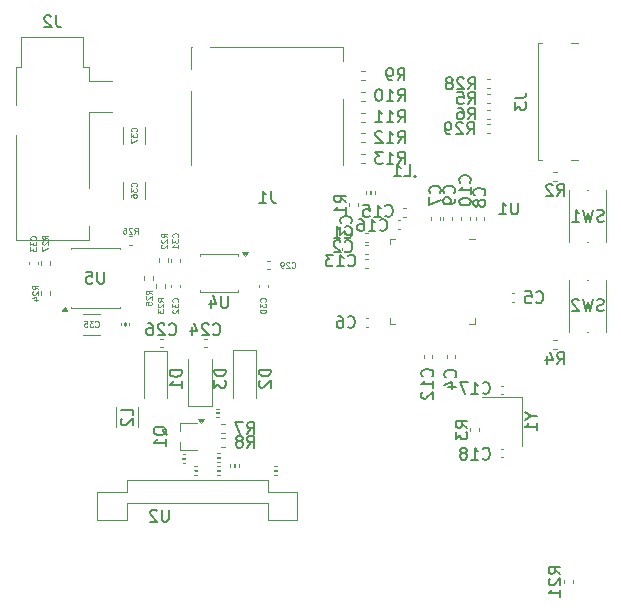
<source format=gbr>
%TF.GenerationSoftware,KiCad,Pcbnew,9.0.6*%
%TF.CreationDate,2025-12-31T21:00:04+02:00*%
%TF.ProjectId,MiPi,4d695069-2e6b-4696-9361-645f70636258,1.0*%
%TF.SameCoordinates,Original*%
%TF.FileFunction,Legend,Bot*%
%TF.FilePolarity,Positive*%
%FSLAX46Y46*%
G04 Gerber Fmt 4.6, Leading zero omitted, Abs format (unit mm)*
G04 Created by KiCad (PCBNEW 9.0.6) date 2025-12-31 21:00:04*
%MOMM*%
%LPD*%
G01*
G04 APERTURE LIST*
%ADD10C,0.150000*%
%ADD11C,0.125000*%
%ADD12C,0.025000*%
%ADD13C,0.120000*%
%ADD14C,0.191421*%
G04 APERTURE END LIST*
D10*
X115667319Y-90883333D02*
X115191128Y-90550000D01*
X115667319Y-90311905D02*
X114667319Y-90311905D01*
X114667319Y-90311905D02*
X114667319Y-90692857D01*
X114667319Y-90692857D02*
X114714938Y-90788095D01*
X114714938Y-90788095D02*
X114762557Y-90835714D01*
X114762557Y-90835714D02*
X114857795Y-90883333D01*
X114857795Y-90883333D02*
X115000652Y-90883333D01*
X115000652Y-90883333D02*
X115095890Y-90835714D01*
X115095890Y-90835714D02*
X115143509Y-90788095D01*
X115143509Y-90788095D02*
X115191128Y-90692857D01*
X115191128Y-90692857D02*
X115191128Y-90311905D01*
X114667319Y-91216667D02*
X114667319Y-91835714D01*
X114667319Y-91835714D02*
X115048271Y-91502381D01*
X115048271Y-91502381D02*
X115048271Y-91645238D01*
X115048271Y-91645238D02*
X115095890Y-91740476D01*
X115095890Y-91740476D02*
X115143509Y-91788095D01*
X115143509Y-91788095D02*
X115238747Y-91835714D01*
X115238747Y-91835714D02*
X115476842Y-91835714D01*
X115476842Y-91835714D02*
X115572080Y-91788095D01*
X115572080Y-91788095D02*
X115619700Y-91740476D01*
X115619700Y-91740476D02*
X115667319Y-91645238D01*
X115667319Y-91645238D02*
X115667319Y-91359524D01*
X115667319Y-91359524D02*
X115619700Y-91264286D01*
X115619700Y-91264286D02*
X115572080Y-91216667D01*
X105555357Y-77109580D02*
X105602976Y-77157200D01*
X105602976Y-77157200D02*
X105745833Y-77204819D01*
X105745833Y-77204819D02*
X105841071Y-77204819D01*
X105841071Y-77204819D02*
X105983928Y-77157200D01*
X105983928Y-77157200D02*
X106079166Y-77061961D01*
X106079166Y-77061961D02*
X106126785Y-76966723D01*
X106126785Y-76966723D02*
X106174404Y-76776247D01*
X106174404Y-76776247D02*
X106174404Y-76633390D01*
X106174404Y-76633390D02*
X106126785Y-76442914D01*
X106126785Y-76442914D02*
X106079166Y-76347676D01*
X106079166Y-76347676D02*
X105983928Y-76252438D01*
X105983928Y-76252438D02*
X105841071Y-76204819D01*
X105841071Y-76204819D02*
X105745833Y-76204819D01*
X105745833Y-76204819D02*
X105602976Y-76252438D01*
X105602976Y-76252438D02*
X105555357Y-76300057D01*
X104602976Y-77204819D02*
X105174404Y-77204819D01*
X104888690Y-77204819D02*
X104888690Y-76204819D01*
X104888690Y-76204819D02*
X104983928Y-76347676D01*
X104983928Y-76347676D02*
X105079166Y-76442914D01*
X105079166Y-76442914D02*
X105174404Y-76490533D01*
X104269642Y-76204819D02*
X103650595Y-76204819D01*
X103650595Y-76204819D02*
X103983928Y-76585771D01*
X103983928Y-76585771D02*
X103841071Y-76585771D01*
X103841071Y-76585771D02*
X103745833Y-76633390D01*
X103745833Y-76633390D02*
X103698214Y-76681009D01*
X103698214Y-76681009D02*
X103650595Y-76776247D01*
X103650595Y-76776247D02*
X103650595Y-77014342D01*
X103650595Y-77014342D02*
X103698214Y-77109580D01*
X103698214Y-77109580D02*
X103745833Y-77157200D01*
X103745833Y-77157200D02*
X103841071Y-77204819D01*
X103841071Y-77204819D02*
X104126785Y-77204819D01*
X104126785Y-77204819D02*
X104222023Y-77157200D01*
X104222023Y-77157200D02*
X104269642Y-77109580D01*
D11*
X100781428Y-77277190D02*
X100805237Y-77301000D01*
X100805237Y-77301000D02*
X100876666Y-77324809D01*
X100876666Y-77324809D02*
X100924285Y-77324809D01*
X100924285Y-77324809D02*
X100995713Y-77301000D01*
X100995713Y-77301000D02*
X101043332Y-77253380D01*
X101043332Y-77253380D02*
X101067142Y-77205761D01*
X101067142Y-77205761D02*
X101090951Y-77110523D01*
X101090951Y-77110523D02*
X101090951Y-77039095D01*
X101090951Y-77039095D02*
X101067142Y-76943857D01*
X101067142Y-76943857D02*
X101043332Y-76896238D01*
X101043332Y-76896238D02*
X100995713Y-76848619D01*
X100995713Y-76848619D02*
X100924285Y-76824809D01*
X100924285Y-76824809D02*
X100876666Y-76824809D01*
X100876666Y-76824809D02*
X100805237Y-76848619D01*
X100805237Y-76848619D02*
X100781428Y-76872428D01*
X100590951Y-76872428D02*
X100567142Y-76848619D01*
X100567142Y-76848619D02*
X100519523Y-76824809D01*
X100519523Y-76824809D02*
X100400475Y-76824809D01*
X100400475Y-76824809D02*
X100352856Y-76848619D01*
X100352856Y-76848619D02*
X100329047Y-76872428D01*
X100329047Y-76872428D02*
X100305237Y-76920047D01*
X100305237Y-76920047D02*
X100305237Y-76967666D01*
X100305237Y-76967666D02*
X100329047Y-77039095D01*
X100329047Y-77039095D02*
X100614761Y-77324809D01*
X100614761Y-77324809D02*
X100305237Y-77324809D01*
X100067142Y-77324809D02*
X99971904Y-77324809D01*
X99971904Y-77324809D02*
X99924285Y-77301000D01*
X99924285Y-77301000D02*
X99900476Y-77277190D01*
X99900476Y-77277190D02*
X99852857Y-77205761D01*
X99852857Y-77205761D02*
X99829047Y-77110523D01*
X99829047Y-77110523D02*
X99829047Y-76920047D01*
X99829047Y-76920047D02*
X99852857Y-76872428D01*
X99852857Y-76872428D02*
X99876666Y-76848619D01*
X99876666Y-76848619D02*
X99924285Y-76824809D01*
X99924285Y-76824809D02*
X100019523Y-76824809D01*
X100019523Y-76824809D02*
X100067142Y-76848619D01*
X100067142Y-76848619D02*
X100090952Y-76872428D01*
X100090952Y-76872428D02*
X100114761Y-76920047D01*
X100114761Y-76920047D02*
X100114761Y-77039095D01*
X100114761Y-77039095D02*
X100090952Y-77086714D01*
X100090952Y-77086714D02*
X100067142Y-77110523D01*
X100067142Y-77110523D02*
X100019523Y-77134333D01*
X100019523Y-77134333D02*
X99924285Y-77134333D01*
X99924285Y-77134333D02*
X99876666Y-77110523D01*
X99876666Y-77110523D02*
X99852857Y-77086714D01*
X99852857Y-77086714D02*
X99829047Y-77039095D01*
D10*
X97016666Y-92549819D02*
X97349999Y-92073628D01*
X97588094Y-92549819D02*
X97588094Y-91549819D01*
X97588094Y-91549819D02*
X97207142Y-91549819D01*
X97207142Y-91549819D02*
X97111904Y-91597438D01*
X97111904Y-91597438D02*
X97064285Y-91645057D01*
X97064285Y-91645057D02*
X97016666Y-91740295D01*
X97016666Y-91740295D02*
X97016666Y-91883152D01*
X97016666Y-91883152D02*
X97064285Y-91978390D01*
X97064285Y-91978390D02*
X97111904Y-92026009D01*
X97111904Y-92026009D02*
X97207142Y-92073628D01*
X97207142Y-92073628D02*
X97588094Y-92073628D01*
X96445237Y-91978390D02*
X96540475Y-91930771D01*
X96540475Y-91930771D02*
X96588094Y-91883152D01*
X96588094Y-91883152D02*
X96635713Y-91787914D01*
X96635713Y-91787914D02*
X96635713Y-91740295D01*
X96635713Y-91740295D02*
X96588094Y-91645057D01*
X96588094Y-91645057D02*
X96540475Y-91597438D01*
X96540475Y-91597438D02*
X96445237Y-91549819D01*
X96445237Y-91549819D02*
X96254761Y-91549819D01*
X96254761Y-91549819D02*
X96159523Y-91597438D01*
X96159523Y-91597438D02*
X96111904Y-91645057D01*
X96111904Y-91645057D02*
X96064285Y-91740295D01*
X96064285Y-91740295D02*
X96064285Y-91787914D01*
X96064285Y-91787914D02*
X96111904Y-91883152D01*
X96111904Y-91883152D02*
X96159523Y-91930771D01*
X96159523Y-91930771D02*
X96254761Y-91978390D01*
X96254761Y-91978390D02*
X96445237Y-91978390D01*
X96445237Y-91978390D02*
X96540475Y-92026009D01*
X96540475Y-92026009D02*
X96588094Y-92073628D01*
X96588094Y-92073628D02*
X96635713Y-92168866D01*
X96635713Y-92168866D02*
X96635713Y-92359342D01*
X96635713Y-92359342D02*
X96588094Y-92454580D01*
X96588094Y-92454580D02*
X96540475Y-92502200D01*
X96540475Y-92502200D02*
X96445237Y-92549819D01*
X96445237Y-92549819D02*
X96254761Y-92549819D01*
X96254761Y-92549819D02*
X96159523Y-92502200D01*
X96159523Y-92502200D02*
X96111904Y-92454580D01*
X96111904Y-92454580D02*
X96064285Y-92359342D01*
X96064285Y-92359342D02*
X96064285Y-92168866D01*
X96064285Y-92168866D02*
X96111904Y-92073628D01*
X96111904Y-92073628D02*
X96159523Y-92026009D01*
X96159523Y-92026009D02*
X96254761Y-91978390D01*
X119924404Y-71804819D02*
X119924404Y-72614342D01*
X119924404Y-72614342D02*
X119876785Y-72709580D01*
X119876785Y-72709580D02*
X119829166Y-72757200D01*
X119829166Y-72757200D02*
X119733928Y-72804819D01*
X119733928Y-72804819D02*
X119543452Y-72804819D01*
X119543452Y-72804819D02*
X119448214Y-72757200D01*
X119448214Y-72757200D02*
X119400595Y-72709580D01*
X119400595Y-72709580D02*
X119352976Y-72614342D01*
X119352976Y-72614342D02*
X119352976Y-71804819D01*
X118352976Y-72804819D02*
X118924404Y-72804819D01*
X118638690Y-72804819D02*
X118638690Y-71804819D01*
X118638690Y-71804819D02*
X118733928Y-71947676D01*
X118733928Y-71947676D02*
X118829166Y-72042914D01*
X118829166Y-72042914D02*
X118924404Y-72090533D01*
X119654819Y-62916666D02*
X120369104Y-62916666D01*
X120369104Y-62916666D02*
X120511961Y-62869047D01*
X120511961Y-62869047D02*
X120607200Y-62773809D01*
X120607200Y-62773809D02*
X120654819Y-62630952D01*
X120654819Y-62630952D02*
X120654819Y-62535714D01*
X119654819Y-63297619D02*
X119654819Y-63916666D01*
X119654819Y-63916666D02*
X120035771Y-63583333D01*
X120035771Y-63583333D02*
X120035771Y-63726190D01*
X120035771Y-63726190D02*
X120083390Y-63821428D01*
X120083390Y-63821428D02*
X120131009Y-63869047D01*
X120131009Y-63869047D02*
X120226247Y-63916666D01*
X120226247Y-63916666D02*
X120464342Y-63916666D01*
X120464342Y-63916666D02*
X120559580Y-63869047D01*
X120559580Y-63869047D02*
X120607200Y-63821428D01*
X120607200Y-63821428D02*
X120654819Y-63726190D01*
X120654819Y-63726190D02*
X120654819Y-63440476D01*
X120654819Y-63440476D02*
X120607200Y-63345238D01*
X120607200Y-63345238D02*
X120559580Y-63297619D01*
D11*
X79324809Y-79128571D02*
X79086714Y-78961905D01*
X79324809Y-78842857D02*
X78824809Y-78842857D01*
X78824809Y-78842857D02*
X78824809Y-79033333D01*
X78824809Y-79033333D02*
X78848619Y-79080952D01*
X78848619Y-79080952D02*
X78872428Y-79104762D01*
X78872428Y-79104762D02*
X78920047Y-79128571D01*
X78920047Y-79128571D02*
X78991476Y-79128571D01*
X78991476Y-79128571D02*
X79039095Y-79104762D01*
X79039095Y-79104762D02*
X79062904Y-79080952D01*
X79062904Y-79080952D02*
X79086714Y-79033333D01*
X79086714Y-79033333D02*
X79086714Y-78842857D01*
X78872428Y-79319048D02*
X78848619Y-79342857D01*
X78848619Y-79342857D02*
X78824809Y-79390476D01*
X78824809Y-79390476D02*
X78824809Y-79509524D01*
X78824809Y-79509524D02*
X78848619Y-79557143D01*
X78848619Y-79557143D02*
X78872428Y-79580952D01*
X78872428Y-79580952D02*
X78920047Y-79604762D01*
X78920047Y-79604762D02*
X78967666Y-79604762D01*
X78967666Y-79604762D02*
X79039095Y-79580952D01*
X79039095Y-79580952D02*
X79324809Y-79295238D01*
X79324809Y-79295238D02*
X79324809Y-79604762D01*
X78991476Y-80033333D02*
X79324809Y-80033333D01*
X78801000Y-79914285D02*
X79158142Y-79795238D01*
X79158142Y-79795238D02*
X79158142Y-80104761D01*
D12*
X86710438Y-82010714D02*
X86715200Y-82005952D01*
X86715200Y-82005952D02*
X86719961Y-81991666D01*
X86719961Y-81991666D02*
X86719961Y-81982142D01*
X86719961Y-81982142D02*
X86715200Y-81967857D01*
X86715200Y-81967857D02*
X86705676Y-81958333D01*
X86705676Y-81958333D02*
X86696152Y-81953571D01*
X86696152Y-81953571D02*
X86677104Y-81948809D01*
X86677104Y-81948809D02*
X86662819Y-81948809D01*
X86662819Y-81948809D02*
X86643771Y-81953571D01*
X86643771Y-81953571D02*
X86634247Y-81958333D01*
X86634247Y-81958333D02*
X86624723Y-81967857D01*
X86624723Y-81967857D02*
X86619961Y-81982142D01*
X86619961Y-81982142D02*
X86619961Y-81991666D01*
X86619961Y-81991666D02*
X86624723Y-82005952D01*
X86624723Y-82005952D02*
X86629485Y-82010714D01*
X86619961Y-82044047D02*
X86619961Y-82105952D01*
X86619961Y-82105952D02*
X86658057Y-82072619D01*
X86658057Y-82072619D02*
X86658057Y-82086904D01*
X86658057Y-82086904D02*
X86662819Y-82096428D01*
X86662819Y-82096428D02*
X86667580Y-82101190D01*
X86667580Y-82101190D02*
X86677104Y-82105952D01*
X86677104Y-82105952D02*
X86700914Y-82105952D01*
X86700914Y-82105952D02*
X86710438Y-82101190D01*
X86710438Y-82101190D02*
X86715200Y-82096428D01*
X86715200Y-82096428D02*
X86719961Y-82086904D01*
X86719961Y-82086904D02*
X86719961Y-82058333D01*
X86719961Y-82058333D02*
X86715200Y-82048809D01*
X86715200Y-82048809D02*
X86710438Y-82044047D01*
X86653295Y-82191666D02*
X86719961Y-82191666D01*
X86615200Y-82167857D02*
X86686628Y-82144047D01*
X86686628Y-82144047D02*
X86686628Y-82205952D01*
D10*
X109772857Y-66749819D02*
X110106190Y-66273628D01*
X110344285Y-66749819D02*
X110344285Y-65749819D01*
X110344285Y-65749819D02*
X109963333Y-65749819D01*
X109963333Y-65749819D02*
X109868095Y-65797438D01*
X109868095Y-65797438D02*
X109820476Y-65845057D01*
X109820476Y-65845057D02*
X109772857Y-65940295D01*
X109772857Y-65940295D02*
X109772857Y-66083152D01*
X109772857Y-66083152D02*
X109820476Y-66178390D01*
X109820476Y-66178390D02*
X109868095Y-66226009D01*
X109868095Y-66226009D02*
X109963333Y-66273628D01*
X109963333Y-66273628D02*
X110344285Y-66273628D01*
X108820476Y-66749819D02*
X109391904Y-66749819D01*
X109106190Y-66749819D02*
X109106190Y-65749819D01*
X109106190Y-65749819D02*
X109201428Y-65892676D01*
X109201428Y-65892676D02*
X109296666Y-65987914D01*
X109296666Y-65987914D02*
X109391904Y-66035533D01*
X108439523Y-65845057D02*
X108391904Y-65797438D01*
X108391904Y-65797438D02*
X108296666Y-65749819D01*
X108296666Y-65749819D02*
X108058571Y-65749819D01*
X108058571Y-65749819D02*
X107963333Y-65797438D01*
X107963333Y-65797438D02*
X107915714Y-65845057D01*
X107915714Y-65845057D02*
X107868095Y-65940295D01*
X107868095Y-65940295D02*
X107868095Y-66035533D01*
X107868095Y-66035533D02*
X107915714Y-66178390D01*
X107915714Y-66178390D02*
X108487142Y-66749819D01*
X108487142Y-66749819D02*
X107868095Y-66749819D01*
X109772857Y-63199819D02*
X110106190Y-62723628D01*
X110344285Y-63199819D02*
X110344285Y-62199819D01*
X110344285Y-62199819D02*
X109963333Y-62199819D01*
X109963333Y-62199819D02*
X109868095Y-62247438D01*
X109868095Y-62247438D02*
X109820476Y-62295057D01*
X109820476Y-62295057D02*
X109772857Y-62390295D01*
X109772857Y-62390295D02*
X109772857Y-62533152D01*
X109772857Y-62533152D02*
X109820476Y-62628390D01*
X109820476Y-62628390D02*
X109868095Y-62676009D01*
X109868095Y-62676009D02*
X109963333Y-62723628D01*
X109963333Y-62723628D02*
X110344285Y-62723628D01*
X108820476Y-63199819D02*
X109391904Y-63199819D01*
X109106190Y-63199819D02*
X109106190Y-62199819D01*
X109106190Y-62199819D02*
X109201428Y-62342676D01*
X109201428Y-62342676D02*
X109296666Y-62437914D01*
X109296666Y-62437914D02*
X109391904Y-62485533D01*
X108201428Y-62199819D02*
X108106190Y-62199819D01*
X108106190Y-62199819D02*
X108010952Y-62247438D01*
X108010952Y-62247438D02*
X107963333Y-62295057D01*
X107963333Y-62295057D02*
X107915714Y-62390295D01*
X107915714Y-62390295D02*
X107868095Y-62580771D01*
X107868095Y-62580771D02*
X107868095Y-62818866D01*
X107868095Y-62818866D02*
X107915714Y-63009342D01*
X107915714Y-63009342D02*
X107963333Y-63104580D01*
X107963333Y-63104580D02*
X108010952Y-63152200D01*
X108010952Y-63152200D02*
X108106190Y-63199819D01*
X108106190Y-63199819D02*
X108201428Y-63199819D01*
X108201428Y-63199819D02*
X108296666Y-63152200D01*
X108296666Y-63152200D02*
X108344285Y-63104580D01*
X108344285Y-63104580D02*
X108391904Y-63009342D01*
X108391904Y-63009342D02*
X108439523Y-62818866D01*
X108439523Y-62818866D02*
X108439523Y-62580771D01*
X108439523Y-62580771D02*
X108391904Y-62390295D01*
X108391904Y-62390295D02*
X108344285Y-62295057D01*
X108344285Y-62295057D02*
X108296666Y-62247438D01*
X108296666Y-62247438D02*
X108201428Y-62199819D01*
D12*
X94564285Y-89605438D02*
X94569047Y-89610200D01*
X94569047Y-89610200D02*
X94583333Y-89614961D01*
X94583333Y-89614961D02*
X94592857Y-89614961D01*
X94592857Y-89614961D02*
X94607142Y-89610200D01*
X94607142Y-89610200D02*
X94616666Y-89600676D01*
X94616666Y-89600676D02*
X94621428Y-89591152D01*
X94621428Y-89591152D02*
X94626190Y-89572104D01*
X94626190Y-89572104D02*
X94626190Y-89557819D01*
X94626190Y-89557819D02*
X94621428Y-89538771D01*
X94621428Y-89538771D02*
X94616666Y-89529247D01*
X94616666Y-89529247D02*
X94607142Y-89519723D01*
X94607142Y-89519723D02*
X94592857Y-89514961D01*
X94592857Y-89514961D02*
X94583333Y-89514961D01*
X94583333Y-89514961D02*
X94569047Y-89519723D01*
X94569047Y-89519723D02*
X94564285Y-89524485D01*
X94526190Y-89524485D02*
X94521428Y-89519723D01*
X94521428Y-89519723D02*
X94511904Y-89514961D01*
X94511904Y-89514961D02*
X94488095Y-89514961D01*
X94488095Y-89514961D02*
X94478571Y-89519723D01*
X94478571Y-89519723D02*
X94473809Y-89524485D01*
X94473809Y-89524485D02*
X94469047Y-89534009D01*
X94469047Y-89534009D02*
X94469047Y-89543533D01*
X94469047Y-89543533D02*
X94473809Y-89557819D01*
X94473809Y-89557819D02*
X94530952Y-89614961D01*
X94530952Y-89614961D02*
X94469047Y-89614961D01*
X94411904Y-89557819D02*
X94421428Y-89553057D01*
X94421428Y-89553057D02*
X94426190Y-89548295D01*
X94426190Y-89548295D02*
X94430952Y-89538771D01*
X94430952Y-89538771D02*
X94430952Y-89534009D01*
X94430952Y-89534009D02*
X94426190Y-89524485D01*
X94426190Y-89524485D02*
X94421428Y-89519723D01*
X94421428Y-89519723D02*
X94411904Y-89514961D01*
X94411904Y-89514961D02*
X94392857Y-89514961D01*
X94392857Y-89514961D02*
X94383333Y-89519723D01*
X94383333Y-89519723D02*
X94378571Y-89524485D01*
X94378571Y-89524485D02*
X94373809Y-89534009D01*
X94373809Y-89534009D02*
X94373809Y-89538771D01*
X94373809Y-89538771D02*
X94378571Y-89548295D01*
X94378571Y-89548295D02*
X94383333Y-89553057D01*
X94383333Y-89553057D02*
X94392857Y-89557819D01*
X94392857Y-89557819D02*
X94411904Y-89557819D01*
X94411904Y-89557819D02*
X94421428Y-89562580D01*
X94421428Y-89562580D02*
X94426190Y-89567342D01*
X94426190Y-89567342D02*
X94430952Y-89576866D01*
X94430952Y-89576866D02*
X94430952Y-89595914D01*
X94430952Y-89595914D02*
X94426190Y-89605438D01*
X94426190Y-89605438D02*
X94421428Y-89610200D01*
X94421428Y-89610200D02*
X94411904Y-89614961D01*
X94411904Y-89614961D02*
X94392857Y-89614961D01*
X94392857Y-89614961D02*
X94383333Y-89610200D01*
X94383333Y-89610200D02*
X94378571Y-89605438D01*
X94378571Y-89605438D02*
X94373809Y-89595914D01*
X94373809Y-89595914D02*
X94373809Y-89576866D01*
X94373809Y-89576866D02*
X94378571Y-89567342D01*
X94378571Y-89567342D02*
X94383333Y-89562580D01*
X94383333Y-89562580D02*
X94392857Y-89557819D01*
X91714285Y-93480438D02*
X91719047Y-93485200D01*
X91719047Y-93485200D02*
X91733333Y-93489961D01*
X91733333Y-93489961D02*
X91742857Y-93489961D01*
X91742857Y-93489961D02*
X91757142Y-93485200D01*
X91757142Y-93485200D02*
X91766666Y-93475676D01*
X91766666Y-93475676D02*
X91771428Y-93466152D01*
X91771428Y-93466152D02*
X91776190Y-93447104D01*
X91776190Y-93447104D02*
X91776190Y-93432819D01*
X91776190Y-93432819D02*
X91771428Y-93413771D01*
X91771428Y-93413771D02*
X91766666Y-93404247D01*
X91766666Y-93404247D02*
X91757142Y-93394723D01*
X91757142Y-93394723D02*
X91742857Y-93389961D01*
X91742857Y-93389961D02*
X91733333Y-93389961D01*
X91733333Y-93389961D02*
X91719047Y-93394723D01*
X91719047Y-93394723D02*
X91714285Y-93399485D01*
X91619047Y-93489961D02*
X91676190Y-93489961D01*
X91647618Y-93489961D02*
X91647618Y-93389961D01*
X91647618Y-93389961D02*
X91657142Y-93404247D01*
X91657142Y-93404247D02*
X91666666Y-93413771D01*
X91666666Y-93413771D02*
X91676190Y-93418533D01*
X91571428Y-93489961D02*
X91552380Y-93489961D01*
X91552380Y-93489961D02*
X91542857Y-93485200D01*
X91542857Y-93485200D02*
X91538095Y-93480438D01*
X91538095Y-93480438D02*
X91528571Y-93466152D01*
X91528571Y-93466152D02*
X91523809Y-93447104D01*
X91523809Y-93447104D02*
X91523809Y-93409009D01*
X91523809Y-93409009D02*
X91528571Y-93399485D01*
X91528571Y-93399485D02*
X91533333Y-93394723D01*
X91533333Y-93394723D02*
X91542857Y-93389961D01*
X91542857Y-93389961D02*
X91561904Y-93389961D01*
X91561904Y-93389961D02*
X91571428Y-93394723D01*
X91571428Y-93394723D02*
X91576190Y-93399485D01*
X91576190Y-93399485D02*
X91580952Y-93409009D01*
X91580952Y-93409009D02*
X91580952Y-93432819D01*
X91580952Y-93432819D02*
X91576190Y-93442342D01*
X91576190Y-93442342D02*
X91571428Y-93447104D01*
X91571428Y-93447104D02*
X91561904Y-93451866D01*
X91561904Y-93451866D02*
X91542857Y-93451866D01*
X91542857Y-93451866D02*
X91533333Y-93447104D01*
X91533333Y-93447104D02*
X91528571Y-93442342D01*
X91528571Y-93442342D02*
X91523809Y-93432819D01*
D10*
X115742857Y-62204819D02*
X116076190Y-61728628D01*
X116314285Y-62204819D02*
X116314285Y-61204819D01*
X116314285Y-61204819D02*
X115933333Y-61204819D01*
X115933333Y-61204819D02*
X115838095Y-61252438D01*
X115838095Y-61252438D02*
X115790476Y-61300057D01*
X115790476Y-61300057D02*
X115742857Y-61395295D01*
X115742857Y-61395295D02*
X115742857Y-61538152D01*
X115742857Y-61538152D02*
X115790476Y-61633390D01*
X115790476Y-61633390D02*
X115838095Y-61681009D01*
X115838095Y-61681009D02*
X115933333Y-61728628D01*
X115933333Y-61728628D02*
X116314285Y-61728628D01*
X115361904Y-61300057D02*
X115314285Y-61252438D01*
X115314285Y-61252438D02*
X115219047Y-61204819D01*
X115219047Y-61204819D02*
X114980952Y-61204819D01*
X114980952Y-61204819D02*
X114885714Y-61252438D01*
X114885714Y-61252438D02*
X114838095Y-61300057D01*
X114838095Y-61300057D02*
X114790476Y-61395295D01*
X114790476Y-61395295D02*
X114790476Y-61490533D01*
X114790476Y-61490533D02*
X114838095Y-61633390D01*
X114838095Y-61633390D02*
X115409523Y-62204819D01*
X115409523Y-62204819D02*
X114790476Y-62204819D01*
X114219047Y-61633390D02*
X114314285Y-61585771D01*
X114314285Y-61585771D02*
X114361904Y-61538152D01*
X114361904Y-61538152D02*
X114409523Y-61442914D01*
X114409523Y-61442914D02*
X114409523Y-61395295D01*
X114409523Y-61395295D02*
X114361904Y-61300057D01*
X114361904Y-61300057D02*
X114314285Y-61252438D01*
X114314285Y-61252438D02*
X114219047Y-61204819D01*
X114219047Y-61204819D02*
X114028571Y-61204819D01*
X114028571Y-61204819D02*
X113933333Y-61252438D01*
X113933333Y-61252438D02*
X113885714Y-61300057D01*
X113885714Y-61300057D02*
X113838095Y-61395295D01*
X113838095Y-61395295D02*
X113838095Y-61442914D01*
X113838095Y-61442914D02*
X113885714Y-61538152D01*
X113885714Y-61538152D02*
X113933333Y-61585771D01*
X113933333Y-61585771D02*
X114028571Y-61633390D01*
X114028571Y-61633390D02*
X114219047Y-61633390D01*
X114219047Y-61633390D02*
X114314285Y-61681009D01*
X114314285Y-61681009D02*
X114361904Y-61728628D01*
X114361904Y-61728628D02*
X114409523Y-61823866D01*
X114409523Y-61823866D02*
X114409523Y-62014342D01*
X114409523Y-62014342D02*
X114361904Y-62109580D01*
X114361904Y-62109580D02*
X114314285Y-62157200D01*
X114314285Y-62157200D02*
X114219047Y-62204819D01*
X114219047Y-62204819D02*
X114028571Y-62204819D01*
X114028571Y-62204819D02*
X113933333Y-62157200D01*
X113933333Y-62157200D02*
X113885714Y-62109580D01*
X113885714Y-62109580D02*
X113838095Y-62014342D01*
X113838095Y-62014342D02*
X113838095Y-61823866D01*
X113838095Y-61823866D02*
X113885714Y-61728628D01*
X113885714Y-61728628D02*
X113933333Y-61681009D01*
X113933333Y-61681009D02*
X114028571Y-61633390D01*
D11*
X87627190Y-70428571D02*
X87651000Y-70404762D01*
X87651000Y-70404762D02*
X87674809Y-70333333D01*
X87674809Y-70333333D02*
X87674809Y-70285714D01*
X87674809Y-70285714D02*
X87651000Y-70214286D01*
X87651000Y-70214286D02*
X87603380Y-70166667D01*
X87603380Y-70166667D02*
X87555761Y-70142857D01*
X87555761Y-70142857D02*
X87460523Y-70119048D01*
X87460523Y-70119048D02*
X87389095Y-70119048D01*
X87389095Y-70119048D02*
X87293857Y-70142857D01*
X87293857Y-70142857D02*
X87246238Y-70166667D01*
X87246238Y-70166667D02*
X87198619Y-70214286D01*
X87198619Y-70214286D02*
X87174809Y-70285714D01*
X87174809Y-70285714D02*
X87174809Y-70333333D01*
X87174809Y-70333333D02*
X87198619Y-70404762D01*
X87198619Y-70404762D02*
X87222428Y-70428571D01*
X87174809Y-70595238D02*
X87174809Y-70904762D01*
X87174809Y-70904762D02*
X87365285Y-70738095D01*
X87365285Y-70738095D02*
X87365285Y-70809524D01*
X87365285Y-70809524D02*
X87389095Y-70857143D01*
X87389095Y-70857143D02*
X87412904Y-70880952D01*
X87412904Y-70880952D02*
X87460523Y-70904762D01*
X87460523Y-70904762D02*
X87579571Y-70904762D01*
X87579571Y-70904762D02*
X87627190Y-70880952D01*
X87627190Y-70880952D02*
X87651000Y-70857143D01*
X87651000Y-70857143D02*
X87674809Y-70809524D01*
X87674809Y-70809524D02*
X87674809Y-70666667D01*
X87674809Y-70666667D02*
X87651000Y-70619048D01*
X87651000Y-70619048D02*
X87627190Y-70595238D01*
X87174809Y-71333333D02*
X87174809Y-71238095D01*
X87174809Y-71238095D02*
X87198619Y-71190476D01*
X87198619Y-71190476D02*
X87222428Y-71166666D01*
X87222428Y-71166666D02*
X87293857Y-71119047D01*
X87293857Y-71119047D02*
X87389095Y-71095238D01*
X87389095Y-71095238D02*
X87579571Y-71095238D01*
X87579571Y-71095238D02*
X87627190Y-71119047D01*
X87627190Y-71119047D02*
X87651000Y-71142857D01*
X87651000Y-71142857D02*
X87674809Y-71190476D01*
X87674809Y-71190476D02*
X87674809Y-71285714D01*
X87674809Y-71285714D02*
X87651000Y-71333333D01*
X87651000Y-71333333D02*
X87627190Y-71357142D01*
X87627190Y-71357142D02*
X87579571Y-71380952D01*
X87579571Y-71380952D02*
X87460523Y-71380952D01*
X87460523Y-71380952D02*
X87412904Y-71357142D01*
X87412904Y-71357142D02*
X87389095Y-71333333D01*
X87389095Y-71333333D02*
X87365285Y-71285714D01*
X87365285Y-71285714D02*
X87365285Y-71190476D01*
X87365285Y-71190476D02*
X87389095Y-71142857D01*
X87389095Y-71142857D02*
X87412904Y-71119047D01*
X87412904Y-71119047D02*
X87460523Y-71095238D01*
D10*
X110289166Y-69542319D02*
X110765356Y-69542319D01*
X110765356Y-69542319D02*
X110765356Y-68542319D01*
X109432023Y-69542319D02*
X110003451Y-69542319D01*
X109717737Y-69542319D02*
X109717737Y-68542319D01*
X109717737Y-68542319D02*
X109812975Y-68685176D01*
X109812975Y-68685176D02*
X109908213Y-68780414D01*
X109908213Y-68780414D02*
X110003451Y-68828033D01*
X109772857Y-68499819D02*
X110106190Y-68023628D01*
X110344285Y-68499819D02*
X110344285Y-67499819D01*
X110344285Y-67499819D02*
X109963333Y-67499819D01*
X109963333Y-67499819D02*
X109868095Y-67547438D01*
X109868095Y-67547438D02*
X109820476Y-67595057D01*
X109820476Y-67595057D02*
X109772857Y-67690295D01*
X109772857Y-67690295D02*
X109772857Y-67833152D01*
X109772857Y-67833152D02*
X109820476Y-67928390D01*
X109820476Y-67928390D02*
X109868095Y-67976009D01*
X109868095Y-67976009D02*
X109963333Y-68023628D01*
X109963333Y-68023628D02*
X110344285Y-68023628D01*
X108820476Y-68499819D02*
X109391904Y-68499819D01*
X109106190Y-68499819D02*
X109106190Y-67499819D01*
X109106190Y-67499819D02*
X109201428Y-67642676D01*
X109201428Y-67642676D02*
X109296666Y-67737914D01*
X109296666Y-67737914D02*
X109391904Y-67785533D01*
X108487142Y-67499819D02*
X107868095Y-67499819D01*
X107868095Y-67499819D02*
X108201428Y-67880771D01*
X108201428Y-67880771D02*
X108058571Y-67880771D01*
X108058571Y-67880771D02*
X107963333Y-67928390D01*
X107963333Y-67928390D02*
X107915714Y-67976009D01*
X107915714Y-67976009D02*
X107868095Y-68071247D01*
X107868095Y-68071247D02*
X107868095Y-68309342D01*
X107868095Y-68309342D02*
X107915714Y-68404580D01*
X107915714Y-68404580D02*
X107963333Y-68452200D01*
X107963333Y-68452200D02*
X108058571Y-68499819D01*
X108058571Y-68499819D02*
X108344285Y-68499819D01*
X108344285Y-68499819D02*
X108439523Y-68452200D01*
X108439523Y-68452200D02*
X108487142Y-68404580D01*
D11*
X87627190Y-65778571D02*
X87651000Y-65754762D01*
X87651000Y-65754762D02*
X87674809Y-65683333D01*
X87674809Y-65683333D02*
X87674809Y-65635714D01*
X87674809Y-65635714D02*
X87651000Y-65564286D01*
X87651000Y-65564286D02*
X87603380Y-65516667D01*
X87603380Y-65516667D02*
X87555761Y-65492857D01*
X87555761Y-65492857D02*
X87460523Y-65469048D01*
X87460523Y-65469048D02*
X87389095Y-65469048D01*
X87389095Y-65469048D02*
X87293857Y-65492857D01*
X87293857Y-65492857D02*
X87246238Y-65516667D01*
X87246238Y-65516667D02*
X87198619Y-65564286D01*
X87198619Y-65564286D02*
X87174809Y-65635714D01*
X87174809Y-65635714D02*
X87174809Y-65683333D01*
X87174809Y-65683333D02*
X87198619Y-65754762D01*
X87198619Y-65754762D02*
X87222428Y-65778571D01*
X87174809Y-65945238D02*
X87174809Y-66254762D01*
X87174809Y-66254762D02*
X87365285Y-66088095D01*
X87365285Y-66088095D02*
X87365285Y-66159524D01*
X87365285Y-66159524D02*
X87389095Y-66207143D01*
X87389095Y-66207143D02*
X87412904Y-66230952D01*
X87412904Y-66230952D02*
X87460523Y-66254762D01*
X87460523Y-66254762D02*
X87579571Y-66254762D01*
X87579571Y-66254762D02*
X87627190Y-66230952D01*
X87627190Y-66230952D02*
X87651000Y-66207143D01*
X87651000Y-66207143D02*
X87674809Y-66159524D01*
X87674809Y-66159524D02*
X87674809Y-66016667D01*
X87674809Y-66016667D02*
X87651000Y-65969048D01*
X87651000Y-65969048D02*
X87627190Y-65945238D01*
X87174809Y-66421428D02*
X87174809Y-66754761D01*
X87174809Y-66754761D02*
X87674809Y-66540476D01*
D12*
X107485438Y-70885714D02*
X107490200Y-70880952D01*
X107490200Y-70880952D02*
X107494961Y-70866666D01*
X107494961Y-70866666D02*
X107494961Y-70857142D01*
X107494961Y-70857142D02*
X107490200Y-70842857D01*
X107490200Y-70842857D02*
X107480676Y-70833333D01*
X107480676Y-70833333D02*
X107471152Y-70828571D01*
X107471152Y-70828571D02*
X107452104Y-70823809D01*
X107452104Y-70823809D02*
X107437819Y-70823809D01*
X107437819Y-70823809D02*
X107418771Y-70828571D01*
X107418771Y-70828571D02*
X107409247Y-70833333D01*
X107409247Y-70833333D02*
X107399723Y-70842857D01*
X107399723Y-70842857D02*
X107394961Y-70857142D01*
X107394961Y-70857142D02*
X107394961Y-70866666D01*
X107394961Y-70866666D02*
X107399723Y-70880952D01*
X107399723Y-70880952D02*
X107404485Y-70885714D01*
X107494961Y-70980952D02*
X107494961Y-70923809D01*
X107494961Y-70952381D02*
X107394961Y-70952381D01*
X107394961Y-70952381D02*
X107409247Y-70942857D01*
X107409247Y-70942857D02*
X107418771Y-70933333D01*
X107418771Y-70933333D02*
X107423533Y-70923809D01*
X107428295Y-71066666D02*
X107494961Y-71066666D01*
X107390200Y-71042857D02*
X107461628Y-71019047D01*
X107461628Y-71019047D02*
X107461628Y-71080952D01*
D11*
X90223809Y-74716395D02*
X89985714Y-74549729D01*
X90223809Y-74430681D02*
X89723809Y-74430681D01*
X89723809Y-74430681D02*
X89723809Y-74621157D01*
X89723809Y-74621157D02*
X89747619Y-74668776D01*
X89747619Y-74668776D02*
X89771428Y-74692586D01*
X89771428Y-74692586D02*
X89819047Y-74716395D01*
X89819047Y-74716395D02*
X89890476Y-74716395D01*
X89890476Y-74716395D02*
X89938095Y-74692586D01*
X89938095Y-74692586D02*
X89961904Y-74668776D01*
X89961904Y-74668776D02*
X89985714Y-74621157D01*
X89985714Y-74621157D02*
X89985714Y-74430681D01*
X89771428Y-74906872D02*
X89747619Y-74930681D01*
X89747619Y-74930681D02*
X89723809Y-74978300D01*
X89723809Y-74978300D02*
X89723809Y-75097348D01*
X89723809Y-75097348D02*
X89747619Y-75144967D01*
X89747619Y-75144967D02*
X89771428Y-75168776D01*
X89771428Y-75168776D02*
X89819047Y-75192586D01*
X89819047Y-75192586D02*
X89866666Y-75192586D01*
X89866666Y-75192586D02*
X89938095Y-75168776D01*
X89938095Y-75168776D02*
X90223809Y-74883062D01*
X90223809Y-74883062D02*
X90223809Y-75192586D01*
X89771428Y-75383062D02*
X89747619Y-75406871D01*
X89747619Y-75406871D02*
X89723809Y-75454490D01*
X89723809Y-75454490D02*
X89723809Y-75573538D01*
X89723809Y-75573538D02*
X89747619Y-75621157D01*
X89747619Y-75621157D02*
X89771428Y-75644966D01*
X89771428Y-75644966D02*
X89819047Y-75668776D01*
X89819047Y-75668776D02*
X89866666Y-75668776D01*
X89866666Y-75668776D02*
X89938095Y-75644966D01*
X89938095Y-75644966D02*
X90223809Y-75359252D01*
X90223809Y-75359252D02*
X90223809Y-75668776D01*
D12*
X94634285Y-94530438D02*
X94639047Y-94535200D01*
X94639047Y-94535200D02*
X94653333Y-94539961D01*
X94653333Y-94539961D02*
X94662857Y-94539961D01*
X94662857Y-94539961D02*
X94677142Y-94535200D01*
X94677142Y-94535200D02*
X94686666Y-94525676D01*
X94686666Y-94525676D02*
X94691428Y-94516152D01*
X94691428Y-94516152D02*
X94696190Y-94497104D01*
X94696190Y-94497104D02*
X94696190Y-94482819D01*
X94696190Y-94482819D02*
X94691428Y-94463771D01*
X94691428Y-94463771D02*
X94686666Y-94454247D01*
X94686666Y-94454247D02*
X94677142Y-94444723D01*
X94677142Y-94444723D02*
X94662857Y-94439961D01*
X94662857Y-94439961D02*
X94653333Y-94439961D01*
X94653333Y-94439961D02*
X94639047Y-94444723D01*
X94639047Y-94444723D02*
X94634285Y-94449485D01*
X94596190Y-94449485D02*
X94591428Y-94444723D01*
X94591428Y-94444723D02*
X94581904Y-94439961D01*
X94581904Y-94439961D02*
X94558095Y-94439961D01*
X94558095Y-94439961D02*
X94548571Y-94444723D01*
X94548571Y-94444723D02*
X94543809Y-94449485D01*
X94543809Y-94449485D02*
X94539047Y-94459009D01*
X94539047Y-94459009D02*
X94539047Y-94468533D01*
X94539047Y-94468533D02*
X94543809Y-94482819D01*
X94543809Y-94482819D02*
X94600952Y-94539961D01*
X94600952Y-94539961D02*
X94539047Y-94539961D01*
X94477142Y-94439961D02*
X94467619Y-94439961D01*
X94467619Y-94439961D02*
X94458095Y-94444723D01*
X94458095Y-94444723D02*
X94453333Y-94449485D01*
X94453333Y-94449485D02*
X94448571Y-94459009D01*
X94448571Y-94459009D02*
X94443809Y-94478057D01*
X94443809Y-94478057D02*
X94443809Y-94501866D01*
X94443809Y-94501866D02*
X94448571Y-94520914D01*
X94448571Y-94520914D02*
X94453333Y-94530438D01*
X94453333Y-94530438D02*
X94458095Y-94535200D01*
X94458095Y-94535200D02*
X94467619Y-94539961D01*
X94467619Y-94539961D02*
X94477142Y-94539961D01*
X94477142Y-94539961D02*
X94486666Y-94535200D01*
X94486666Y-94535200D02*
X94491428Y-94530438D01*
X94491428Y-94530438D02*
X94496190Y-94520914D01*
X94496190Y-94520914D02*
X94500952Y-94501866D01*
X94500952Y-94501866D02*
X94500952Y-94478057D01*
X94500952Y-94478057D02*
X94496190Y-94459009D01*
X94496190Y-94459009D02*
X94491428Y-94449485D01*
X94491428Y-94449485D02*
X94486666Y-94444723D01*
X94486666Y-94444723D02*
X94477142Y-94439961D01*
D10*
X97016666Y-91399819D02*
X97349999Y-90923628D01*
X97588094Y-91399819D02*
X97588094Y-90399819D01*
X97588094Y-90399819D02*
X97207142Y-90399819D01*
X97207142Y-90399819D02*
X97111904Y-90447438D01*
X97111904Y-90447438D02*
X97064285Y-90495057D01*
X97064285Y-90495057D02*
X97016666Y-90590295D01*
X97016666Y-90590295D02*
X97016666Y-90733152D01*
X97016666Y-90733152D02*
X97064285Y-90828390D01*
X97064285Y-90828390D02*
X97111904Y-90876009D01*
X97111904Y-90876009D02*
X97207142Y-90923628D01*
X97207142Y-90923628D02*
X97588094Y-90923628D01*
X96683332Y-90399819D02*
X96016666Y-90399819D01*
X96016666Y-90399819D02*
X96445237Y-91399819D01*
X112672080Y-86507142D02*
X112719700Y-86459523D01*
X112719700Y-86459523D02*
X112767319Y-86316666D01*
X112767319Y-86316666D02*
X112767319Y-86221428D01*
X112767319Y-86221428D02*
X112719700Y-86078571D01*
X112719700Y-86078571D02*
X112624461Y-85983333D01*
X112624461Y-85983333D02*
X112529223Y-85935714D01*
X112529223Y-85935714D02*
X112338747Y-85888095D01*
X112338747Y-85888095D02*
X112195890Y-85888095D01*
X112195890Y-85888095D02*
X112005414Y-85935714D01*
X112005414Y-85935714D02*
X111910176Y-85983333D01*
X111910176Y-85983333D02*
X111814938Y-86078571D01*
X111814938Y-86078571D02*
X111767319Y-86221428D01*
X111767319Y-86221428D02*
X111767319Y-86316666D01*
X111767319Y-86316666D02*
X111814938Y-86459523D01*
X111814938Y-86459523D02*
X111862557Y-86507142D01*
X112767319Y-87459523D02*
X112767319Y-86888095D01*
X112767319Y-87173809D02*
X111767319Y-87173809D01*
X111767319Y-87173809D02*
X111910176Y-87078571D01*
X111910176Y-87078571D02*
X112005414Y-86983333D01*
X112005414Y-86983333D02*
X112053033Y-86888095D01*
X111862557Y-87840476D02*
X111814938Y-87888095D01*
X111814938Y-87888095D02*
X111767319Y-87983333D01*
X111767319Y-87983333D02*
X111767319Y-88221428D01*
X111767319Y-88221428D02*
X111814938Y-88316666D01*
X111814938Y-88316666D02*
X111862557Y-88364285D01*
X111862557Y-88364285D02*
X111957795Y-88411904D01*
X111957795Y-88411904D02*
X112053033Y-88411904D01*
X112053033Y-88411904D02*
X112195890Y-88364285D01*
X112195890Y-88364285D02*
X112767319Y-87792857D01*
X112767319Y-87792857D02*
X112767319Y-88411904D01*
X115716666Y-64754819D02*
X116049999Y-64278628D01*
X116288094Y-64754819D02*
X116288094Y-63754819D01*
X116288094Y-63754819D02*
X115907142Y-63754819D01*
X115907142Y-63754819D02*
X115811904Y-63802438D01*
X115811904Y-63802438D02*
X115764285Y-63850057D01*
X115764285Y-63850057D02*
X115716666Y-63945295D01*
X115716666Y-63945295D02*
X115716666Y-64088152D01*
X115716666Y-64088152D02*
X115764285Y-64183390D01*
X115764285Y-64183390D02*
X115811904Y-64231009D01*
X115811904Y-64231009D02*
X115907142Y-64278628D01*
X115907142Y-64278628D02*
X116288094Y-64278628D01*
X114859523Y-63754819D02*
X115049999Y-63754819D01*
X115049999Y-63754819D02*
X115145237Y-63802438D01*
X115145237Y-63802438D02*
X115192856Y-63850057D01*
X115192856Y-63850057D02*
X115288094Y-63992914D01*
X115288094Y-63992914D02*
X115335713Y-64183390D01*
X115335713Y-64183390D02*
X115335713Y-64564342D01*
X115335713Y-64564342D02*
X115288094Y-64659580D01*
X115288094Y-64659580D02*
X115240475Y-64707200D01*
X115240475Y-64707200D02*
X115145237Y-64754819D01*
X115145237Y-64754819D02*
X114954761Y-64754819D01*
X114954761Y-64754819D02*
X114859523Y-64707200D01*
X114859523Y-64707200D02*
X114811904Y-64659580D01*
X114811904Y-64659580D02*
X114764285Y-64564342D01*
X114764285Y-64564342D02*
X114764285Y-64326247D01*
X114764285Y-64326247D02*
X114811904Y-64231009D01*
X114811904Y-64231009D02*
X114859523Y-64183390D01*
X114859523Y-64183390D02*
X114954761Y-64135771D01*
X114954761Y-64135771D02*
X115145237Y-64135771D01*
X115145237Y-64135771D02*
X115240475Y-64183390D01*
X115240475Y-64183390D02*
X115288094Y-64231009D01*
X115288094Y-64231009D02*
X115335713Y-64326247D01*
X123529819Y-103247142D02*
X123053628Y-102913809D01*
X123529819Y-102675714D02*
X122529819Y-102675714D01*
X122529819Y-102675714D02*
X122529819Y-103056666D01*
X122529819Y-103056666D02*
X122577438Y-103151904D01*
X122577438Y-103151904D02*
X122625057Y-103199523D01*
X122625057Y-103199523D02*
X122720295Y-103247142D01*
X122720295Y-103247142D02*
X122863152Y-103247142D01*
X122863152Y-103247142D02*
X122958390Y-103199523D01*
X122958390Y-103199523D02*
X123006009Y-103151904D01*
X123006009Y-103151904D02*
X123053628Y-103056666D01*
X123053628Y-103056666D02*
X123053628Y-102675714D01*
X122625057Y-103628095D02*
X122577438Y-103675714D01*
X122577438Y-103675714D02*
X122529819Y-103770952D01*
X122529819Y-103770952D02*
X122529819Y-104009047D01*
X122529819Y-104009047D02*
X122577438Y-104104285D01*
X122577438Y-104104285D02*
X122625057Y-104151904D01*
X122625057Y-104151904D02*
X122720295Y-104199523D01*
X122720295Y-104199523D02*
X122815533Y-104199523D01*
X122815533Y-104199523D02*
X122958390Y-104151904D01*
X122958390Y-104151904D02*
X123529819Y-103580476D01*
X123529819Y-103580476D02*
X123529819Y-104199523D01*
X123529819Y-105151904D02*
X123529819Y-104580476D01*
X123529819Y-104866190D02*
X122529819Y-104866190D01*
X122529819Y-104866190D02*
X122672676Y-104770952D01*
X122672676Y-104770952D02*
X122767914Y-104675714D01*
X122767914Y-104675714D02*
X122815533Y-104580476D01*
D11*
X79102190Y-74933571D02*
X79126000Y-74909762D01*
X79126000Y-74909762D02*
X79149809Y-74838333D01*
X79149809Y-74838333D02*
X79149809Y-74790714D01*
X79149809Y-74790714D02*
X79126000Y-74719286D01*
X79126000Y-74719286D02*
X79078380Y-74671667D01*
X79078380Y-74671667D02*
X79030761Y-74647857D01*
X79030761Y-74647857D02*
X78935523Y-74624048D01*
X78935523Y-74624048D02*
X78864095Y-74624048D01*
X78864095Y-74624048D02*
X78768857Y-74647857D01*
X78768857Y-74647857D02*
X78721238Y-74671667D01*
X78721238Y-74671667D02*
X78673619Y-74719286D01*
X78673619Y-74719286D02*
X78649809Y-74790714D01*
X78649809Y-74790714D02*
X78649809Y-74838333D01*
X78649809Y-74838333D02*
X78673619Y-74909762D01*
X78673619Y-74909762D02*
X78697428Y-74933571D01*
X78649809Y-75100238D02*
X78649809Y-75409762D01*
X78649809Y-75409762D02*
X78840285Y-75243095D01*
X78840285Y-75243095D02*
X78840285Y-75314524D01*
X78840285Y-75314524D02*
X78864095Y-75362143D01*
X78864095Y-75362143D02*
X78887904Y-75385952D01*
X78887904Y-75385952D02*
X78935523Y-75409762D01*
X78935523Y-75409762D02*
X79054571Y-75409762D01*
X79054571Y-75409762D02*
X79102190Y-75385952D01*
X79102190Y-75385952D02*
X79126000Y-75362143D01*
X79126000Y-75362143D02*
X79149809Y-75314524D01*
X79149809Y-75314524D02*
X79149809Y-75171667D01*
X79149809Y-75171667D02*
X79126000Y-75124048D01*
X79126000Y-75124048D02*
X79102190Y-75100238D01*
X78649809Y-75576428D02*
X78649809Y-75885952D01*
X78649809Y-75885952D02*
X78840285Y-75719285D01*
X78840285Y-75719285D02*
X78840285Y-75790714D01*
X78840285Y-75790714D02*
X78864095Y-75838333D01*
X78864095Y-75838333D02*
X78887904Y-75862142D01*
X78887904Y-75862142D02*
X78935523Y-75885952D01*
X78935523Y-75885952D02*
X79054571Y-75885952D01*
X79054571Y-75885952D02*
X79102190Y-75862142D01*
X79102190Y-75862142D02*
X79126000Y-75838333D01*
X79126000Y-75838333D02*
X79149809Y-75790714D01*
X79149809Y-75790714D02*
X79149809Y-75647857D01*
X79149809Y-75647857D02*
X79126000Y-75600238D01*
X79126000Y-75600238D02*
X79102190Y-75576428D01*
D10*
X95386904Y-79709819D02*
X95386904Y-80519342D01*
X95386904Y-80519342D02*
X95339285Y-80614580D01*
X95339285Y-80614580D02*
X95291666Y-80662200D01*
X95291666Y-80662200D02*
X95196428Y-80709819D01*
X95196428Y-80709819D02*
X95005952Y-80709819D01*
X95005952Y-80709819D02*
X94910714Y-80662200D01*
X94910714Y-80662200D02*
X94863095Y-80614580D01*
X94863095Y-80614580D02*
X94815476Y-80519342D01*
X94815476Y-80519342D02*
X94815476Y-79709819D01*
X93910714Y-80043152D02*
X93910714Y-80709819D01*
X94148809Y-79662200D02*
X94386904Y-80376485D01*
X94386904Y-80376485D02*
X93767857Y-80376485D01*
X108715357Y-72897080D02*
X108762976Y-72944700D01*
X108762976Y-72944700D02*
X108905833Y-72992319D01*
X108905833Y-72992319D02*
X109001071Y-72992319D01*
X109001071Y-72992319D02*
X109143928Y-72944700D01*
X109143928Y-72944700D02*
X109239166Y-72849461D01*
X109239166Y-72849461D02*
X109286785Y-72754223D01*
X109286785Y-72754223D02*
X109334404Y-72563747D01*
X109334404Y-72563747D02*
X109334404Y-72420890D01*
X109334404Y-72420890D02*
X109286785Y-72230414D01*
X109286785Y-72230414D02*
X109239166Y-72135176D01*
X109239166Y-72135176D02*
X109143928Y-72039938D01*
X109143928Y-72039938D02*
X109001071Y-71992319D01*
X109001071Y-71992319D02*
X108905833Y-71992319D01*
X108905833Y-71992319D02*
X108762976Y-72039938D01*
X108762976Y-72039938D02*
X108715357Y-72087557D01*
X107762976Y-72992319D02*
X108334404Y-72992319D01*
X108048690Y-72992319D02*
X108048690Y-71992319D01*
X108048690Y-71992319D02*
X108143928Y-72135176D01*
X108143928Y-72135176D02*
X108239166Y-72230414D01*
X108239166Y-72230414D02*
X108334404Y-72278033D01*
X106858214Y-71992319D02*
X107334404Y-71992319D01*
X107334404Y-71992319D02*
X107382023Y-72468509D01*
X107382023Y-72468509D02*
X107334404Y-72420890D01*
X107334404Y-72420890D02*
X107239166Y-72373271D01*
X107239166Y-72373271D02*
X107001071Y-72373271D01*
X107001071Y-72373271D02*
X106905833Y-72420890D01*
X106905833Y-72420890D02*
X106858214Y-72468509D01*
X106858214Y-72468509D02*
X106810595Y-72563747D01*
X106810595Y-72563747D02*
X106810595Y-72801842D01*
X106810595Y-72801842D02*
X106858214Y-72897080D01*
X106858214Y-72897080D02*
X106905833Y-72944700D01*
X106905833Y-72944700D02*
X107001071Y-72992319D01*
X107001071Y-72992319D02*
X107239166Y-72992319D01*
X107239166Y-72992319D02*
X107334404Y-72944700D01*
X107334404Y-72944700D02*
X107382023Y-72897080D01*
X123266666Y-71224819D02*
X123599999Y-70748628D01*
X123838094Y-71224819D02*
X123838094Y-70224819D01*
X123838094Y-70224819D02*
X123457142Y-70224819D01*
X123457142Y-70224819D02*
X123361904Y-70272438D01*
X123361904Y-70272438D02*
X123314285Y-70320057D01*
X123314285Y-70320057D02*
X123266666Y-70415295D01*
X123266666Y-70415295D02*
X123266666Y-70558152D01*
X123266666Y-70558152D02*
X123314285Y-70653390D01*
X123314285Y-70653390D02*
X123361904Y-70701009D01*
X123361904Y-70701009D02*
X123457142Y-70748628D01*
X123457142Y-70748628D02*
X123838094Y-70748628D01*
X122885713Y-70320057D02*
X122838094Y-70272438D01*
X122838094Y-70272438D02*
X122742856Y-70224819D01*
X122742856Y-70224819D02*
X122504761Y-70224819D01*
X122504761Y-70224819D02*
X122409523Y-70272438D01*
X122409523Y-70272438D02*
X122361904Y-70320057D01*
X122361904Y-70320057D02*
X122314285Y-70415295D01*
X122314285Y-70415295D02*
X122314285Y-70510533D01*
X122314285Y-70510533D02*
X122361904Y-70653390D01*
X122361904Y-70653390D02*
X122933332Y-71224819D01*
X122933332Y-71224819D02*
X122314285Y-71224819D01*
X105279166Y-74709580D02*
X105326785Y-74757200D01*
X105326785Y-74757200D02*
X105469642Y-74804819D01*
X105469642Y-74804819D02*
X105564880Y-74804819D01*
X105564880Y-74804819D02*
X105707737Y-74757200D01*
X105707737Y-74757200D02*
X105802975Y-74661961D01*
X105802975Y-74661961D02*
X105850594Y-74566723D01*
X105850594Y-74566723D02*
X105898213Y-74376247D01*
X105898213Y-74376247D02*
X105898213Y-74233390D01*
X105898213Y-74233390D02*
X105850594Y-74042914D01*
X105850594Y-74042914D02*
X105802975Y-73947676D01*
X105802975Y-73947676D02*
X105707737Y-73852438D01*
X105707737Y-73852438D02*
X105564880Y-73804819D01*
X105564880Y-73804819D02*
X105469642Y-73804819D01*
X105469642Y-73804819D02*
X105326785Y-73852438D01*
X105326785Y-73852438D02*
X105279166Y-73900057D01*
X104326785Y-74804819D02*
X104898213Y-74804819D01*
X104612499Y-74804819D02*
X104612499Y-73804819D01*
X104612499Y-73804819D02*
X104707737Y-73947676D01*
X104707737Y-73947676D02*
X104802975Y-74042914D01*
X104802975Y-74042914D02*
X104898213Y-74090533D01*
D11*
X88924809Y-79533571D02*
X88686714Y-79366905D01*
X88924809Y-79247857D02*
X88424809Y-79247857D01*
X88424809Y-79247857D02*
X88424809Y-79438333D01*
X88424809Y-79438333D02*
X88448619Y-79485952D01*
X88448619Y-79485952D02*
X88472428Y-79509762D01*
X88472428Y-79509762D02*
X88520047Y-79533571D01*
X88520047Y-79533571D02*
X88591476Y-79533571D01*
X88591476Y-79533571D02*
X88639095Y-79509762D01*
X88639095Y-79509762D02*
X88662904Y-79485952D01*
X88662904Y-79485952D02*
X88686714Y-79438333D01*
X88686714Y-79438333D02*
X88686714Y-79247857D01*
X88472428Y-79724048D02*
X88448619Y-79747857D01*
X88448619Y-79747857D02*
X88424809Y-79795476D01*
X88424809Y-79795476D02*
X88424809Y-79914524D01*
X88424809Y-79914524D02*
X88448619Y-79962143D01*
X88448619Y-79962143D02*
X88472428Y-79985952D01*
X88472428Y-79985952D02*
X88520047Y-80009762D01*
X88520047Y-80009762D02*
X88567666Y-80009762D01*
X88567666Y-80009762D02*
X88639095Y-79985952D01*
X88639095Y-79985952D02*
X88924809Y-79700238D01*
X88924809Y-79700238D02*
X88924809Y-80009762D01*
X88424809Y-80462142D02*
X88424809Y-80224047D01*
X88424809Y-80224047D02*
X88662904Y-80200238D01*
X88662904Y-80200238D02*
X88639095Y-80224047D01*
X88639095Y-80224047D02*
X88615285Y-80271666D01*
X88615285Y-80271666D02*
X88615285Y-80390714D01*
X88615285Y-80390714D02*
X88639095Y-80438333D01*
X88639095Y-80438333D02*
X88662904Y-80462142D01*
X88662904Y-80462142D02*
X88710523Y-80485952D01*
X88710523Y-80485952D02*
X88829571Y-80485952D01*
X88829571Y-80485952D02*
X88877190Y-80462142D01*
X88877190Y-80462142D02*
X88901000Y-80438333D01*
X88901000Y-80438333D02*
X88924809Y-80390714D01*
X88924809Y-80390714D02*
X88924809Y-80271666D01*
X88924809Y-80271666D02*
X88901000Y-80224047D01*
X88901000Y-80224047D02*
X88877190Y-80200238D01*
X87456428Y-74429809D02*
X87623094Y-74191714D01*
X87742142Y-74429809D02*
X87742142Y-73929809D01*
X87742142Y-73929809D02*
X87551666Y-73929809D01*
X87551666Y-73929809D02*
X87504047Y-73953619D01*
X87504047Y-73953619D02*
X87480237Y-73977428D01*
X87480237Y-73977428D02*
X87456428Y-74025047D01*
X87456428Y-74025047D02*
X87456428Y-74096476D01*
X87456428Y-74096476D02*
X87480237Y-74144095D01*
X87480237Y-74144095D02*
X87504047Y-74167904D01*
X87504047Y-74167904D02*
X87551666Y-74191714D01*
X87551666Y-74191714D02*
X87742142Y-74191714D01*
X87265951Y-73977428D02*
X87242142Y-73953619D01*
X87242142Y-73953619D02*
X87194523Y-73929809D01*
X87194523Y-73929809D02*
X87075475Y-73929809D01*
X87075475Y-73929809D02*
X87027856Y-73953619D01*
X87027856Y-73953619D02*
X87004047Y-73977428D01*
X87004047Y-73977428D02*
X86980237Y-74025047D01*
X86980237Y-74025047D02*
X86980237Y-74072666D01*
X86980237Y-74072666D02*
X87004047Y-74144095D01*
X87004047Y-74144095D02*
X87289761Y-74429809D01*
X87289761Y-74429809D02*
X86980237Y-74429809D01*
X86551666Y-73929809D02*
X86646904Y-73929809D01*
X86646904Y-73929809D02*
X86694523Y-73953619D01*
X86694523Y-73953619D02*
X86718333Y-73977428D01*
X86718333Y-73977428D02*
X86765952Y-74048857D01*
X86765952Y-74048857D02*
X86789761Y-74144095D01*
X86789761Y-74144095D02*
X86789761Y-74334571D01*
X86789761Y-74334571D02*
X86765952Y-74382190D01*
X86765952Y-74382190D02*
X86742142Y-74406000D01*
X86742142Y-74406000D02*
X86694523Y-74429809D01*
X86694523Y-74429809D02*
X86599285Y-74429809D01*
X86599285Y-74429809D02*
X86551666Y-74406000D01*
X86551666Y-74406000D02*
X86527857Y-74382190D01*
X86527857Y-74382190D02*
X86504047Y-74334571D01*
X86504047Y-74334571D02*
X86504047Y-74215523D01*
X86504047Y-74215523D02*
X86527857Y-74167904D01*
X86527857Y-74167904D02*
X86551666Y-74144095D01*
X86551666Y-74144095D02*
X86599285Y-74120285D01*
X86599285Y-74120285D02*
X86694523Y-74120285D01*
X86694523Y-74120285D02*
X86742142Y-74144095D01*
X86742142Y-74144095D02*
X86765952Y-74167904D01*
X86765952Y-74167904D02*
X86789761Y-74215523D01*
D10*
X105529166Y-82309580D02*
X105576785Y-82357200D01*
X105576785Y-82357200D02*
X105719642Y-82404819D01*
X105719642Y-82404819D02*
X105814880Y-82404819D01*
X105814880Y-82404819D02*
X105957737Y-82357200D01*
X105957737Y-82357200D02*
X106052975Y-82261961D01*
X106052975Y-82261961D02*
X106100594Y-82166723D01*
X106100594Y-82166723D02*
X106148213Y-81976247D01*
X106148213Y-81976247D02*
X106148213Y-81833390D01*
X106148213Y-81833390D02*
X106100594Y-81642914D01*
X106100594Y-81642914D02*
X106052975Y-81547676D01*
X106052975Y-81547676D02*
X105957737Y-81452438D01*
X105957737Y-81452438D02*
X105814880Y-81404819D01*
X105814880Y-81404819D02*
X105719642Y-81404819D01*
X105719642Y-81404819D02*
X105576785Y-81452438D01*
X105576785Y-81452438D02*
X105529166Y-81500057D01*
X104672023Y-81404819D02*
X104862499Y-81404819D01*
X104862499Y-81404819D02*
X104957737Y-81452438D01*
X104957737Y-81452438D02*
X105005356Y-81500057D01*
X105005356Y-81500057D02*
X105100594Y-81642914D01*
X105100594Y-81642914D02*
X105148213Y-81833390D01*
X105148213Y-81833390D02*
X105148213Y-82214342D01*
X105148213Y-82214342D02*
X105100594Y-82309580D01*
X105100594Y-82309580D02*
X105052975Y-82357200D01*
X105052975Y-82357200D02*
X104957737Y-82404819D01*
X104957737Y-82404819D02*
X104767261Y-82404819D01*
X104767261Y-82404819D02*
X104672023Y-82357200D01*
X104672023Y-82357200D02*
X104624404Y-82309580D01*
X104624404Y-82309580D02*
X104576785Y-82214342D01*
X104576785Y-82214342D02*
X104576785Y-81976247D01*
X104576785Y-81976247D02*
X104624404Y-81881009D01*
X104624404Y-81881009D02*
X104672023Y-81833390D01*
X104672023Y-81833390D02*
X104767261Y-81785771D01*
X104767261Y-81785771D02*
X104957737Y-81785771D01*
X104957737Y-81785771D02*
X105052975Y-81833390D01*
X105052975Y-81833390D02*
X105100594Y-81881009D01*
X105100594Y-81881009D02*
X105148213Y-81976247D01*
X91454819Y-85981905D02*
X90454819Y-85981905D01*
X90454819Y-85981905D02*
X90454819Y-86220000D01*
X90454819Y-86220000D02*
X90502438Y-86362857D01*
X90502438Y-86362857D02*
X90597676Y-86458095D01*
X90597676Y-86458095D02*
X90692914Y-86505714D01*
X90692914Y-86505714D02*
X90883390Y-86553333D01*
X90883390Y-86553333D02*
X91026247Y-86553333D01*
X91026247Y-86553333D02*
X91216723Y-86505714D01*
X91216723Y-86505714D02*
X91311961Y-86458095D01*
X91311961Y-86458095D02*
X91407200Y-86362857D01*
X91407200Y-86362857D02*
X91454819Y-86220000D01*
X91454819Y-86220000D02*
X91454819Y-85981905D01*
X91454819Y-87505714D02*
X91454819Y-86934286D01*
X91454819Y-87220000D02*
X90454819Y-87220000D01*
X90454819Y-87220000D02*
X90597676Y-87124762D01*
X90597676Y-87124762D02*
X90692914Y-87029524D01*
X90692914Y-87029524D02*
X90740533Y-86934286D01*
D11*
X89928809Y-80191395D02*
X89690714Y-80024729D01*
X89928809Y-79905681D02*
X89428809Y-79905681D01*
X89428809Y-79905681D02*
X89428809Y-80096157D01*
X89428809Y-80096157D02*
X89452619Y-80143776D01*
X89452619Y-80143776D02*
X89476428Y-80167586D01*
X89476428Y-80167586D02*
X89524047Y-80191395D01*
X89524047Y-80191395D02*
X89595476Y-80191395D01*
X89595476Y-80191395D02*
X89643095Y-80167586D01*
X89643095Y-80167586D02*
X89666904Y-80143776D01*
X89666904Y-80143776D02*
X89690714Y-80096157D01*
X89690714Y-80096157D02*
X89690714Y-79905681D01*
X89476428Y-80381872D02*
X89452619Y-80405681D01*
X89452619Y-80405681D02*
X89428809Y-80453300D01*
X89428809Y-80453300D02*
X89428809Y-80572348D01*
X89428809Y-80572348D02*
X89452619Y-80619967D01*
X89452619Y-80619967D02*
X89476428Y-80643776D01*
X89476428Y-80643776D02*
X89524047Y-80667586D01*
X89524047Y-80667586D02*
X89571666Y-80667586D01*
X89571666Y-80667586D02*
X89643095Y-80643776D01*
X89643095Y-80643776D02*
X89928809Y-80358062D01*
X89928809Y-80358062D02*
X89928809Y-80667586D01*
X89428809Y-80834252D02*
X89428809Y-81143776D01*
X89428809Y-81143776D02*
X89619285Y-80977109D01*
X89619285Y-80977109D02*
X89619285Y-81048538D01*
X89619285Y-81048538D02*
X89643095Y-81096157D01*
X89643095Y-81096157D02*
X89666904Y-81119966D01*
X89666904Y-81119966D02*
X89714523Y-81143776D01*
X89714523Y-81143776D02*
X89833571Y-81143776D01*
X89833571Y-81143776D02*
X89881190Y-81119966D01*
X89881190Y-81119966D02*
X89905000Y-81096157D01*
X89905000Y-81096157D02*
X89928809Y-81048538D01*
X89928809Y-81048538D02*
X89928809Y-80905681D01*
X89928809Y-80905681D02*
X89905000Y-80858062D01*
X89905000Y-80858062D02*
X89881190Y-80834252D01*
D10*
X90200057Y-91499761D02*
X90152438Y-91404523D01*
X90152438Y-91404523D02*
X90057200Y-91309285D01*
X90057200Y-91309285D02*
X89914342Y-91166428D01*
X89914342Y-91166428D02*
X89866723Y-91071190D01*
X89866723Y-91071190D02*
X89866723Y-90975952D01*
X90104819Y-91023571D02*
X90057200Y-90928333D01*
X90057200Y-90928333D02*
X89961961Y-90833095D01*
X89961961Y-90833095D02*
X89771485Y-90785476D01*
X89771485Y-90785476D02*
X89438152Y-90785476D01*
X89438152Y-90785476D02*
X89247676Y-90833095D01*
X89247676Y-90833095D02*
X89152438Y-90928333D01*
X89152438Y-90928333D02*
X89104819Y-91023571D01*
X89104819Y-91023571D02*
X89104819Y-91214047D01*
X89104819Y-91214047D02*
X89152438Y-91309285D01*
X89152438Y-91309285D02*
X89247676Y-91404523D01*
X89247676Y-91404523D02*
X89438152Y-91452142D01*
X89438152Y-91452142D02*
X89771485Y-91452142D01*
X89771485Y-91452142D02*
X89961961Y-91404523D01*
X89961961Y-91404523D02*
X90057200Y-91309285D01*
X90057200Y-91309285D02*
X90104819Y-91214047D01*
X90104819Y-91214047D02*
X90104819Y-91023571D01*
X90104819Y-92404523D02*
X90104819Y-91833095D01*
X90104819Y-92118809D02*
X89104819Y-92118809D01*
X89104819Y-92118809D02*
X89247676Y-92023571D01*
X89247676Y-92023571D02*
X89342914Y-91928333D01*
X89342914Y-91928333D02*
X89390533Y-91833095D01*
D12*
X94644285Y-93430438D02*
X94649047Y-93435200D01*
X94649047Y-93435200D02*
X94663333Y-93439961D01*
X94663333Y-93439961D02*
X94672857Y-93439961D01*
X94672857Y-93439961D02*
X94687142Y-93435200D01*
X94687142Y-93435200D02*
X94696666Y-93425676D01*
X94696666Y-93425676D02*
X94701428Y-93416152D01*
X94701428Y-93416152D02*
X94706190Y-93397104D01*
X94706190Y-93397104D02*
X94706190Y-93382819D01*
X94706190Y-93382819D02*
X94701428Y-93363771D01*
X94701428Y-93363771D02*
X94696666Y-93354247D01*
X94696666Y-93354247D02*
X94687142Y-93344723D01*
X94687142Y-93344723D02*
X94672857Y-93339961D01*
X94672857Y-93339961D02*
X94663333Y-93339961D01*
X94663333Y-93339961D02*
X94649047Y-93344723D01*
X94649047Y-93344723D02*
X94644285Y-93349485D01*
X94606190Y-93349485D02*
X94601428Y-93344723D01*
X94601428Y-93344723D02*
X94591904Y-93339961D01*
X94591904Y-93339961D02*
X94568095Y-93339961D01*
X94568095Y-93339961D02*
X94558571Y-93344723D01*
X94558571Y-93344723D02*
X94553809Y-93349485D01*
X94553809Y-93349485D02*
X94549047Y-93359009D01*
X94549047Y-93359009D02*
X94549047Y-93368533D01*
X94549047Y-93368533D02*
X94553809Y-93382819D01*
X94553809Y-93382819D02*
X94610952Y-93439961D01*
X94610952Y-93439961D02*
X94549047Y-93439961D01*
X94510952Y-93349485D02*
X94506190Y-93344723D01*
X94506190Y-93344723D02*
X94496666Y-93339961D01*
X94496666Y-93339961D02*
X94472857Y-93339961D01*
X94472857Y-93339961D02*
X94463333Y-93344723D01*
X94463333Y-93344723D02*
X94458571Y-93349485D01*
X94458571Y-93349485D02*
X94453809Y-93359009D01*
X94453809Y-93359009D02*
X94453809Y-93368533D01*
X94453809Y-93368533D02*
X94458571Y-93382819D01*
X94458571Y-93382819D02*
X94515714Y-93439961D01*
X94515714Y-93439961D02*
X94453809Y-93439961D01*
D10*
X127193332Y-80917200D02*
X127050475Y-80964819D01*
X127050475Y-80964819D02*
X126812380Y-80964819D01*
X126812380Y-80964819D02*
X126717142Y-80917200D01*
X126717142Y-80917200D02*
X126669523Y-80869580D01*
X126669523Y-80869580D02*
X126621904Y-80774342D01*
X126621904Y-80774342D02*
X126621904Y-80679104D01*
X126621904Y-80679104D02*
X126669523Y-80583866D01*
X126669523Y-80583866D02*
X126717142Y-80536247D01*
X126717142Y-80536247D02*
X126812380Y-80488628D01*
X126812380Y-80488628D02*
X127002856Y-80441009D01*
X127002856Y-80441009D02*
X127098094Y-80393390D01*
X127098094Y-80393390D02*
X127145713Y-80345771D01*
X127145713Y-80345771D02*
X127193332Y-80250533D01*
X127193332Y-80250533D02*
X127193332Y-80155295D01*
X127193332Y-80155295D02*
X127145713Y-80060057D01*
X127145713Y-80060057D02*
X127098094Y-80012438D01*
X127098094Y-80012438D02*
X127002856Y-79964819D01*
X127002856Y-79964819D02*
X126764761Y-79964819D01*
X126764761Y-79964819D02*
X126621904Y-80012438D01*
X126288570Y-79964819D02*
X126050475Y-80964819D01*
X126050475Y-80964819D02*
X125859999Y-80250533D01*
X125859999Y-80250533D02*
X125669523Y-80964819D01*
X125669523Y-80964819D02*
X125431428Y-79964819D01*
X125098094Y-80060057D02*
X125050475Y-80012438D01*
X125050475Y-80012438D02*
X124955237Y-79964819D01*
X124955237Y-79964819D02*
X124717142Y-79964819D01*
X124717142Y-79964819D02*
X124621904Y-80012438D01*
X124621904Y-80012438D02*
X124574285Y-80060057D01*
X124574285Y-80060057D02*
X124526666Y-80155295D01*
X124526666Y-80155295D02*
X124526666Y-80250533D01*
X124526666Y-80250533D02*
X124574285Y-80393390D01*
X124574285Y-80393390D02*
X125145713Y-80964819D01*
X125145713Y-80964819D02*
X124526666Y-80964819D01*
X94122857Y-82929580D02*
X94170476Y-82977200D01*
X94170476Y-82977200D02*
X94313333Y-83024819D01*
X94313333Y-83024819D02*
X94408571Y-83024819D01*
X94408571Y-83024819D02*
X94551428Y-82977200D01*
X94551428Y-82977200D02*
X94646666Y-82881961D01*
X94646666Y-82881961D02*
X94694285Y-82786723D01*
X94694285Y-82786723D02*
X94741904Y-82596247D01*
X94741904Y-82596247D02*
X94741904Y-82453390D01*
X94741904Y-82453390D02*
X94694285Y-82262914D01*
X94694285Y-82262914D02*
X94646666Y-82167676D01*
X94646666Y-82167676D02*
X94551428Y-82072438D01*
X94551428Y-82072438D02*
X94408571Y-82024819D01*
X94408571Y-82024819D02*
X94313333Y-82024819D01*
X94313333Y-82024819D02*
X94170476Y-82072438D01*
X94170476Y-82072438D02*
X94122857Y-82120057D01*
X93741904Y-82120057D02*
X93694285Y-82072438D01*
X93694285Y-82072438D02*
X93599047Y-82024819D01*
X93599047Y-82024819D02*
X93360952Y-82024819D01*
X93360952Y-82024819D02*
X93265714Y-82072438D01*
X93265714Y-82072438D02*
X93218095Y-82120057D01*
X93218095Y-82120057D02*
X93170476Y-82215295D01*
X93170476Y-82215295D02*
X93170476Y-82310533D01*
X93170476Y-82310533D02*
X93218095Y-82453390D01*
X93218095Y-82453390D02*
X93789523Y-83024819D01*
X93789523Y-83024819D02*
X93170476Y-83024819D01*
X92313333Y-82358152D02*
X92313333Y-83024819D01*
X92551428Y-81977200D02*
X92789523Y-82691485D01*
X92789523Y-82691485D02*
X92170476Y-82691485D01*
D12*
X99489285Y-94535438D02*
X99494047Y-94540200D01*
X99494047Y-94540200D02*
X99508333Y-94544961D01*
X99508333Y-94544961D02*
X99517857Y-94544961D01*
X99517857Y-94544961D02*
X99532142Y-94540200D01*
X99532142Y-94540200D02*
X99541666Y-94530676D01*
X99541666Y-94530676D02*
X99546428Y-94521152D01*
X99546428Y-94521152D02*
X99551190Y-94502104D01*
X99551190Y-94502104D02*
X99551190Y-94487819D01*
X99551190Y-94487819D02*
X99546428Y-94468771D01*
X99546428Y-94468771D02*
X99541666Y-94459247D01*
X99541666Y-94459247D02*
X99532142Y-94449723D01*
X99532142Y-94449723D02*
X99517857Y-94444961D01*
X99517857Y-94444961D02*
X99508333Y-94444961D01*
X99508333Y-94444961D02*
X99494047Y-94449723D01*
X99494047Y-94449723D02*
X99489285Y-94454485D01*
X99451190Y-94454485D02*
X99446428Y-94449723D01*
X99446428Y-94449723D02*
X99436904Y-94444961D01*
X99436904Y-94444961D02*
X99413095Y-94444961D01*
X99413095Y-94444961D02*
X99403571Y-94449723D01*
X99403571Y-94449723D02*
X99398809Y-94454485D01*
X99398809Y-94454485D02*
X99394047Y-94464009D01*
X99394047Y-94464009D02*
X99394047Y-94473533D01*
X99394047Y-94473533D02*
X99398809Y-94487819D01*
X99398809Y-94487819D02*
X99455952Y-94544961D01*
X99455952Y-94544961D02*
X99394047Y-94544961D01*
X99303571Y-94444961D02*
X99351190Y-94444961D01*
X99351190Y-94444961D02*
X99355952Y-94492580D01*
X99355952Y-94492580D02*
X99351190Y-94487819D01*
X99351190Y-94487819D02*
X99341666Y-94483057D01*
X99341666Y-94483057D02*
X99317857Y-94483057D01*
X99317857Y-94483057D02*
X99308333Y-94487819D01*
X99308333Y-94487819D02*
X99303571Y-94492580D01*
X99303571Y-94492580D02*
X99298809Y-94502104D01*
X99298809Y-94502104D02*
X99298809Y-94525914D01*
X99298809Y-94525914D02*
X99303571Y-94535438D01*
X99303571Y-94535438D02*
X99308333Y-94540200D01*
X99308333Y-94540200D02*
X99317857Y-94544961D01*
X99317857Y-94544961D02*
X99341666Y-94544961D01*
X99341666Y-94544961D02*
X99351190Y-94540200D01*
X99351190Y-94540200D02*
X99355952Y-94535438D01*
D10*
X84911904Y-77654819D02*
X84911904Y-78464342D01*
X84911904Y-78464342D02*
X84864285Y-78559580D01*
X84864285Y-78559580D02*
X84816666Y-78607200D01*
X84816666Y-78607200D02*
X84721428Y-78654819D01*
X84721428Y-78654819D02*
X84530952Y-78654819D01*
X84530952Y-78654819D02*
X84435714Y-78607200D01*
X84435714Y-78607200D02*
X84388095Y-78559580D01*
X84388095Y-78559580D02*
X84340476Y-78464342D01*
X84340476Y-78464342D02*
X84340476Y-77654819D01*
X83388095Y-77654819D02*
X83864285Y-77654819D01*
X83864285Y-77654819D02*
X83911904Y-78131009D01*
X83911904Y-78131009D02*
X83864285Y-78083390D01*
X83864285Y-78083390D02*
X83769047Y-78035771D01*
X83769047Y-78035771D02*
X83530952Y-78035771D01*
X83530952Y-78035771D02*
X83435714Y-78083390D01*
X83435714Y-78083390D02*
X83388095Y-78131009D01*
X83388095Y-78131009D02*
X83340476Y-78226247D01*
X83340476Y-78226247D02*
X83340476Y-78464342D01*
X83340476Y-78464342D02*
X83388095Y-78559580D01*
X83388095Y-78559580D02*
X83435714Y-78607200D01*
X83435714Y-78607200D02*
X83530952Y-78654819D01*
X83530952Y-78654819D02*
X83769047Y-78654819D01*
X83769047Y-78654819D02*
X83864285Y-78607200D01*
X83864285Y-78607200D02*
X83911904Y-78559580D01*
X113322080Y-70983333D02*
X113369700Y-70935714D01*
X113369700Y-70935714D02*
X113417319Y-70792857D01*
X113417319Y-70792857D02*
X113417319Y-70697619D01*
X113417319Y-70697619D02*
X113369700Y-70554762D01*
X113369700Y-70554762D02*
X113274461Y-70459524D01*
X113274461Y-70459524D02*
X113179223Y-70411905D01*
X113179223Y-70411905D02*
X112988747Y-70364286D01*
X112988747Y-70364286D02*
X112845890Y-70364286D01*
X112845890Y-70364286D02*
X112655414Y-70411905D01*
X112655414Y-70411905D02*
X112560176Y-70459524D01*
X112560176Y-70459524D02*
X112464938Y-70554762D01*
X112464938Y-70554762D02*
X112417319Y-70697619D01*
X112417319Y-70697619D02*
X112417319Y-70792857D01*
X112417319Y-70792857D02*
X112464938Y-70935714D01*
X112464938Y-70935714D02*
X112512557Y-70983333D01*
X112417319Y-71316667D02*
X112417319Y-71983333D01*
X112417319Y-71983333D02*
X113417319Y-71554762D01*
X115716666Y-63454819D02*
X116049999Y-62978628D01*
X116288094Y-63454819D02*
X116288094Y-62454819D01*
X116288094Y-62454819D02*
X115907142Y-62454819D01*
X115907142Y-62454819D02*
X115811904Y-62502438D01*
X115811904Y-62502438D02*
X115764285Y-62550057D01*
X115764285Y-62550057D02*
X115716666Y-62645295D01*
X115716666Y-62645295D02*
X115716666Y-62788152D01*
X115716666Y-62788152D02*
X115764285Y-62883390D01*
X115764285Y-62883390D02*
X115811904Y-62931009D01*
X115811904Y-62931009D02*
X115907142Y-62978628D01*
X115907142Y-62978628D02*
X116288094Y-62978628D01*
X114811904Y-62454819D02*
X115288094Y-62454819D01*
X115288094Y-62454819D02*
X115335713Y-62931009D01*
X115335713Y-62931009D02*
X115288094Y-62883390D01*
X115288094Y-62883390D02*
X115192856Y-62835771D01*
X115192856Y-62835771D02*
X114954761Y-62835771D01*
X114954761Y-62835771D02*
X114859523Y-62883390D01*
X114859523Y-62883390D02*
X114811904Y-62931009D01*
X114811904Y-62931009D02*
X114764285Y-63026247D01*
X114764285Y-63026247D02*
X114764285Y-63264342D01*
X114764285Y-63264342D02*
X114811904Y-63359580D01*
X114811904Y-63359580D02*
X114859523Y-63407200D01*
X114859523Y-63407200D02*
X114954761Y-63454819D01*
X114954761Y-63454819D02*
X115192856Y-63454819D01*
X115192856Y-63454819D02*
X115288094Y-63407200D01*
X115288094Y-63407200D02*
X115335713Y-63359580D01*
X116955357Y-93459580D02*
X117002976Y-93507200D01*
X117002976Y-93507200D02*
X117145833Y-93554819D01*
X117145833Y-93554819D02*
X117241071Y-93554819D01*
X117241071Y-93554819D02*
X117383928Y-93507200D01*
X117383928Y-93507200D02*
X117479166Y-93411961D01*
X117479166Y-93411961D02*
X117526785Y-93316723D01*
X117526785Y-93316723D02*
X117574404Y-93126247D01*
X117574404Y-93126247D02*
X117574404Y-92983390D01*
X117574404Y-92983390D02*
X117526785Y-92792914D01*
X117526785Y-92792914D02*
X117479166Y-92697676D01*
X117479166Y-92697676D02*
X117383928Y-92602438D01*
X117383928Y-92602438D02*
X117241071Y-92554819D01*
X117241071Y-92554819D02*
X117145833Y-92554819D01*
X117145833Y-92554819D02*
X117002976Y-92602438D01*
X117002976Y-92602438D02*
X116955357Y-92650057D01*
X116002976Y-93554819D02*
X116574404Y-93554819D01*
X116288690Y-93554819D02*
X116288690Y-92554819D01*
X116288690Y-92554819D02*
X116383928Y-92697676D01*
X116383928Y-92697676D02*
X116479166Y-92792914D01*
X116479166Y-92792914D02*
X116574404Y-92840533D01*
X115431547Y-92983390D02*
X115526785Y-92935771D01*
X115526785Y-92935771D02*
X115574404Y-92888152D01*
X115574404Y-92888152D02*
X115622023Y-92792914D01*
X115622023Y-92792914D02*
X115622023Y-92745295D01*
X115622023Y-92745295D02*
X115574404Y-92650057D01*
X115574404Y-92650057D02*
X115526785Y-92602438D01*
X115526785Y-92602438D02*
X115431547Y-92554819D01*
X115431547Y-92554819D02*
X115241071Y-92554819D01*
X115241071Y-92554819D02*
X115145833Y-92602438D01*
X115145833Y-92602438D02*
X115098214Y-92650057D01*
X115098214Y-92650057D02*
X115050595Y-92745295D01*
X115050595Y-92745295D02*
X115050595Y-92792914D01*
X115050595Y-92792914D02*
X115098214Y-92888152D01*
X115098214Y-92888152D02*
X115145833Y-92935771D01*
X115145833Y-92935771D02*
X115241071Y-92983390D01*
X115241071Y-92983390D02*
X115431547Y-92983390D01*
X115431547Y-92983390D02*
X115526785Y-93031009D01*
X115526785Y-93031009D02*
X115574404Y-93078628D01*
X115574404Y-93078628D02*
X115622023Y-93173866D01*
X115622023Y-93173866D02*
X115622023Y-93364342D01*
X115622023Y-93364342D02*
X115574404Y-93459580D01*
X115574404Y-93459580D02*
X115526785Y-93507200D01*
X115526785Y-93507200D02*
X115431547Y-93554819D01*
X115431547Y-93554819D02*
X115241071Y-93554819D01*
X115241071Y-93554819D02*
X115145833Y-93507200D01*
X115145833Y-93507200D02*
X115098214Y-93459580D01*
X115098214Y-93459580D02*
X115050595Y-93364342D01*
X115050595Y-93364342D02*
X115050595Y-93173866D01*
X115050595Y-93173866D02*
X115098214Y-93078628D01*
X115098214Y-93078628D02*
X115145833Y-93031009D01*
X115145833Y-93031009D02*
X115241071Y-92983390D01*
D11*
X91126190Y-74706395D02*
X91150000Y-74682586D01*
X91150000Y-74682586D02*
X91173809Y-74611157D01*
X91173809Y-74611157D02*
X91173809Y-74563538D01*
X91173809Y-74563538D02*
X91150000Y-74492110D01*
X91150000Y-74492110D02*
X91102380Y-74444491D01*
X91102380Y-74444491D02*
X91054761Y-74420681D01*
X91054761Y-74420681D02*
X90959523Y-74396872D01*
X90959523Y-74396872D02*
X90888095Y-74396872D01*
X90888095Y-74396872D02*
X90792857Y-74420681D01*
X90792857Y-74420681D02*
X90745238Y-74444491D01*
X90745238Y-74444491D02*
X90697619Y-74492110D01*
X90697619Y-74492110D02*
X90673809Y-74563538D01*
X90673809Y-74563538D02*
X90673809Y-74611157D01*
X90673809Y-74611157D02*
X90697619Y-74682586D01*
X90697619Y-74682586D02*
X90721428Y-74706395D01*
X90673809Y-74873062D02*
X90673809Y-75182586D01*
X90673809Y-75182586D02*
X90864285Y-75015919D01*
X90864285Y-75015919D02*
X90864285Y-75087348D01*
X90864285Y-75087348D02*
X90888095Y-75134967D01*
X90888095Y-75134967D02*
X90911904Y-75158776D01*
X90911904Y-75158776D02*
X90959523Y-75182586D01*
X90959523Y-75182586D02*
X91078571Y-75182586D01*
X91078571Y-75182586D02*
X91126190Y-75158776D01*
X91126190Y-75158776D02*
X91150000Y-75134967D01*
X91150000Y-75134967D02*
X91173809Y-75087348D01*
X91173809Y-75087348D02*
X91173809Y-74944491D01*
X91173809Y-74944491D02*
X91150000Y-74896872D01*
X91150000Y-74896872D02*
X91126190Y-74873062D01*
X91173809Y-75658776D02*
X91173809Y-75373062D01*
X91173809Y-75515919D02*
X90673809Y-75515919D01*
X90673809Y-75515919D02*
X90745238Y-75468300D01*
X90745238Y-75468300D02*
X90792857Y-75420681D01*
X90792857Y-75420681D02*
X90816666Y-75373062D01*
D10*
X114622080Y-86583333D02*
X114669700Y-86535714D01*
X114669700Y-86535714D02*
X114717319Y-86392857D01*
X114717319Y-86392857D02*
X114717319Y-86297619D01*
X114717319Y-86297619D02*
X114669700Y-86154762D01*
X114669700Y-86154762D02*
X114574461Y-86059524D01*
X114574461Y-86059524D02*
X114479223Y-86011905D01*
X114479223Y-86011905D02*
X114288747Y-85964286D01*
X114288747Y-85964286D02*
X114145890Y-85964286D01*
X114145890Y-85964286D02*
X113955414Y-86011905D01*
X113955414Y-86011905D02*
X113860176Y-86059524D01*
X113860176Y-86059524D02*
X113764938Y-86154762D01*
X113764938Y-86154762D02*
X113717319Y-86297619D01*
X113717319Y-86297619D02*
X113717319Y-86392857D01*
X113717319Y-86392857D02*
X113764938Y-86535714D01*
X113764938Y-86535714D02*
X113812557Y-86583333D01*
X114050652Y-87440476D02*
X114717319Y-87440476D01*
X113669700Y-87202381D02*
X114383985Y-86964286D01*
X114383985Y-86964286D02*
X114383985Y-87583333D01*
X114522080Y-70983333D02*
X114569700Y-70935714D01*
X114569700Y-70935714D02*
X114617319Y-70792857D01*
X114617319Y-70792857D02*
X114617319Y-70697619D01*
X114617319Y-70697619D02*
X114569700Y-70554762D01*
X114569700Y-70554762D02*
X114474461Y-70459524D01*
X114474461Y-70459524D02*
X114379223Y-70411905D01*
X114379223Y-70411905D02*
X114188747Y-70364286D01*
X114188747Y-70364286D02*
X114045890Y-70364286D01*
X114045890Y-70364286D02*
X113855414Y-70411905D01*
X113855414Y-70411905D02*
X113760176Y-70459524D01*
X113760176Y-70459524D02*
X113664938Y-70554762D01*
X113664938Y-70554762D02*
X113617319Y-70697619D01*
X113617319Y-70697619D02*
X113617319Y-70792857D01*
X113617319Y-70792857D02*
X113664938Y-70935714D01*
X113664938Y-70935714D02*
X113712557Y-70983333D01*
X114617319Y-71459524D02*
X114617319Y-71650000D01*
X114617319Y-71650000D02*
X114569700Y-71745238D01*
X114569700Y-71745238D02*
X114522080Y-71792857D01*
X114522080Y-71792857D02*
X114379223Y-71888095D01*
X114379223Y-71888095D02*
X114188747Y-71935714D01*
X114188747Y-71935714D02*
X113807795Y-71935714D01*
X113807795Y-71935714D02*
X113712557Y-71888095D01*
X113712557Y-71888095D02*
X113664938Y-71840476D01*
X113664938Y-71840476D02*
X113617319Y-71745238D01*
X113617319Y-71745238D02*
X113617319Y-71554762D01*
X113617319Y-71554762D02*
X113664938Y-71459524D01*
X113664938Y-71459524D02*
X113712557Y-71411905D01*
X113712557Y-71411905D02*
X113807795Y-71364286D01*
X113807795Y-71364286D02*
X114045890Y-71364286D01*
X114045890Y-71364286D02*
X114141128Y-71411905D01*
X114141128Y-71411905D02*
X114188747Y-71459524D01*
X114188747Y-71459524D02*
X114236366Y-71554762D01*
X114236366Y-71554762D02*
X114236366Y-71745238D01*
X114236366Y-71745238D02*
X114188747Y-71840476D01*
X114188747Y-71840476D02*
X114141128Y-71888095D01*
X114141128Y-71888095D02*
X114045890Y-71935714D01*
X99004819Y-85931905D02*
X98004819Y-85931905D01*
X98004819Y-85931905D02*
X98004819Y-86170000D01*
X98004819Y-86170000D02*
X98052438Y-86312857D01*
X98052438Y-86312857D02*
X98147676Y-86408095D01*
X98147676Y-86408095D02*
X98242914Y-86455714D01*
X98242914Y-86455714D02*
X98433390Y-86503333D01*
X98433390Y-86503333D02*
X98576247Y-86503333D01*
X98576247Y-86503333D02*
X98766723Y-86455714D01*
X98766723Y-86455714D02*
X98861961Y-86408095D01*
X98861961Y-86408095D02*
X98957200Y-86312857D01*
X98957200Y-86312857D02*
X99004819Y-86170000D01*
X99004819Y-86170000D02*
X99004819Y-85931905D01*
X98100057Y-86884286D02*
X98052438Y-86931905D01*
X98052438Y-86931905D02*
X98004819Y-87027143D01*
X98004819Y-87027143D02*
X98004819Y-87265238D01*
X98004819Y-87265238D02*
X98052438Y-87360476D01*
X98052438Y-87360476D02*
X98100057Y-87408095D01*
X98100057Y-87408095D02*
X98195295Y-87455714D01*
X98195295Y-87455714D02*
X98290533Y-87455714D01*
X98290533Y-87455714D02*
X98433390Y-87408095D01*
X98433390Y-87408095D02*
X99004819Y-86836667D01*
X99004819Y-86836667D02*
X99004819Y-87455714D01*
X117072080Y-71183333D02*
X117119700Y-71135714D01*
X117119700Y-71135714D02*
X117167319Y-70992857D01*
X117167319Y-70992857D02*
X117167319Y-70897619D01*
X117167319Y-70897619D02*
X117119700Y-70754762D01*
X117119700Y-70754762D02*
X117024461Y-70659524D01*
X117024461Y-70659524D02*
X116929223Y-70611905D01*
X116929223Y-70611905D02*
X116738747Y-70564286D01*
X116738747Y-70564286D02*
X116595890Y-70564286D01*
X116595890Y-70564286D02*
X116405414Y-70611905D01*
X116405414Y-70611905D02*
X116310176Y-70659524D01*
X116310176Y-70659524D02*
X116214938Y-70754762D01*
X116214938Y-70754762D02*
X116167319Y-70897619D01*
X116167319Y-70897619D02*
X116167319Y-70992857D01*
X116167319Y-70992857D02*
X116214938Y-71135714D01*
X116214938Y-71135714D02*
X116262557Y-71183333D01*
X116595890Y-71754762D02*
X116548271Y-71659524D01*
X116548271Y-71659524D02*
X116500652Y-71611905D01*
X116500652Y-71611905D02*
X116405414Y-71564286D01*
X116405414Y-71564286D02*
X116357795Y-71564286D01*
X116357795Y-71564286D02*
X116262557Y-71611905D01*
X116262557Y-71611905D02*
X116214938Y-71659524D01*
X116214938Y-71659524D02*
X116167319Y-71754762D01*
X116167319Y-71754762D02*
X116167319Y-71945238D01*
X116167319Y-71945238D02*
X116214938Y-72040476D01*
X116214938Y-72040476D02*
X116262557Y-72088095D01*
X116262557Y-72088095D02*
X116357795Y-72135714D01*
X116357795Y-72135714D02*
X116405414Y-72135714D01*
X116405414Y-72135714D02*
X116500652Y-72088095D01*
X116500652Y-72088095D02*
X116548271Y-72040476D01*
X116548271Y-72040476D02*
X116595890Y-71945238D01*
X116595890Y-71945238D02*
X116595890Y-71754762D01*
X116595890Y-71754762D02*
X116643509Y-71659524D01*
X116643509Y-71659524D02*
X116691128Y-71611905D01*
X116691128Y-71611905D02*
X116786366Y-71564286D01*
X116786366Y-71564286D02*
X116976842Y-71564286D01*
X116976842Y-71564286D02*
X117072080Y-71611905D01*
X117072080Y-71611905D02*
X117119700Y-71659524D01*
X117119700Y-71659524D02*
X117167319Y-71754762D01*
X117167319Y-71754762D02*
X117167319Y-71945238D01*
X117167319Y-71945238D02*
X117119700Y-72040476D01*
X117119700Y-72040476D02*
X117072080Y-72088095D01*
X117072080Y-72088095D02*
X116976842Y-72135714D01*
X116976842Y-72135714D02*
X116786366Y-72135714D01*
X116786366Y-72135714D02*
X116691128Y-72088095D01*
X116691128Y-72088095D02*
X116643509Y-72040476D01*
X116643509Y-72040476D02*
X116595890Y-71945238D01*
X95204819Y-85931905D02*
X94204819Y-85931905D01*
X94204819Y-85931905D02*
X94204819Y-86170000D01*
X94204819Y-86170000D02*
X94252438Y-86312857D01*
X94252438Y-86312857D02*
X94347676Y-86408095D01*
X94347676Y-86408095D02*
X94442914Y-86455714D01*
X94442914Y-86455714D02*
X94633390Y-86503333D01*
X94633390Y-86503333D02*
X94776247Y-86503333D01*
X94776247Y-86503333D02*
X94966723Y-86455714D01*
X94966723Y-86455714D02*
X95061961Y-86408095D01*
X95061961Y-86408095D02*
X95157200Y-86312857D01*
X95157200Y-86312857D02*
X95204819Y-86170000D01*
X95204819Y-86170000D02*
X95204819Y-85931905D01*
X94204819Y-86836667D02*
X94204819Y-87455714D01*
X94204819Y-87455714D02*
X94585771Y-87122381D01*
X94585771Y-87122381D02*
X94585771Y-87265238D01*
X94585771Y-87265238D02*
X94633390Y-87360476D01*
X94633390Y-87360476D02*
X94681009Y-87408095D01*
X94681009Y-87408095D02*
X94776247Y-87455714D01*
X94776247Y-87455714D02*
X95014342Y-87455714D01*
X95014342Y-87455714D02*
X95109580Y-87408095D01*
X95109580Y-87408095D02*
X95157200Y-87360476D01*
X95157200Y-87360476D02*
X95204819Y-87265238D01*
X95204819Y-87265238D02*
X95204819Y-86979524D01*
X95204819Y-86979524D02*
X95157200Y-86884286D01*
X95157200Y-86884286D02*
X95109580Y-86836667D01*
X121479166Y-80209580D02*
X121526785Y-80257200D01*
X121526785Y-80257200D02*
X121669642Y-80304819D01*
X121669642Y-80304819D02*
X121764880Y-80304819D01*
X121764880Y-80304819D02*
X121907737Y-80257200D01*
X121907737Y-80257200D02*
X122002975Y-80161961D01*
X122002975Y-80161961D02*
X122050594Y-80066723D01*
X122050594Y-80066723D02*
X122098213Y-79876247D01*
X122098213Y-79876247D02*
X122098213Y-79733390D01*
X122098213Y-79733390D02*
X122050594Y-79542914D01*
X122050594Y-79542914D02*
X122002975Y-79447676D01*
X122002975Y-79447676D02*
X121907737Y-79352438D01*
X121907737Y-79352438D02*
X121764880Y-79304819D01*
X121764880Y-79304819D02*
X121669642Y-79304819D01*
X121669642Y-79304819D02*
X121526785Y-79352438D01*
X121526785Y-79352438D02*
X121479166Y-79400057D01*
X120574404Y-79304819D02*
X121050594Y-79304819D01*
X121050594Y-79304819D02*
X121098213Y-79781009D01*
X121098213Y-79781009D02*
X121050594Y-79733390D01*
X121050594Y-79733390D02*
X120955356Y-79685771D01*
X120955356Y-79685771D02*
X120717261Y-79685771D01*
X120717261Y-79685771D02*
X120622023Y-79733390D01*
X120622023Y-79733390D02*
X120574404Y-79781009D01*
X120574404Y-79781009D02*
X120526785Y-79876247D01*
X120526785Y-79876247D02*
X120526785Y-80114342D01*
X120526785Y-80114342D02*
X120574404Y-80209580D01*
X120574404Y-80209580D02*
X120622023Y-80257200D01*
X120622023Y-80257200D02*
X120717261Y-80304819D01*
X120717261Y-80304819D02*
X120955356Y-80304819D01*
X120955356Y-80304819D02*
X121050594Y-80257200D01*
X121050594Y-80257200D02*
X121098213Y-80209580D01*
X90392857Y-82929580D02*
X90440476Y-82977200D01*
X90440476Y-82977200D02*
X90583333Y-83024819D01*
X90583333Y-83024819D02*
X90678571Y-83024819D01*
X90678571Y-83024819D02*
X90821428Y-82977200D01*
X90821428Y-82977200D02*
X90916666Y-82881961D01*
X90916666Y-82881961D02*
X90964285Y-82786723D01*
X90964285Y-82786723D02*
X91011904Y-82596247D01*
X91011904Y-82596247D02*
X91011904Y-82453390D01*
X91011904Y-82453390D02*
X90964285Y-82262914D01*
X90964285Y-82262914D02*
X90916666Y-82167676D01*
X90916666Y-82167676D02*
X90821428Y-82072438D01*
X90821428Y-82072438D02*
X90678571Y-82024819D01*
X90678571Y-82024819D02*
X90583333Y-82024819D01*
X90583333Y-82024819D02*
X90440476Y-82072438D01*
X90440476Y-82072438D02*
X90392857Y-82120057D01*
X90011904Y-82120057D02*
X89964285Y-82072438D01*
X89964285Y-82072438D02*
X89869047Y-82024819D01*
X89869047Y-82024819D02*
X89630952Y-82024819D01*
X89630952Y-82024819D02*
X89535714Y-82072438D01*
X89535714Y-82072438D02*
X89488095Y-82120057D01*
X89488095Y-82120057D02*
X89440476Y-82215295D01*
X89440476Y-82215295D02*
X89440476Y-82310533D01*
X89440476Y-82310533D02*
X89488095Y-82453390D01*
X89488095Y-82453390D02*
X90059523Y-83024819D01*
X90059523Y-83024819D02*
X89440476Y-83024819D01*
X88583333Y-82024819D02*
X88773809Y-82024819D01*
X88773809Y-82024819D02*
X88869047Y-82072438D01*
X88869047Y-82072438D02*
X88916666Y-82120057D01*
X88916666Y-82120057D02*
X89011904Y-82262914D01*
X89011904Y-82262914D02*
X89059523Y-82453390D01*
X89059523Y-82453390D02*
X89059523Y-82834342D01*
X89059523Y-82834342D02*
X89011904Y-82929580D01*
X89011904Y-82929580D02*
X88964285Y-82977200D01*
X88964285Y-82977200D02*
X88869047Y-83024819D01*
X88869047Y-83024819D02*
X88678571Y-83024819D01*
X88678571Y-83024819D02*
X88583333Y-82977200D01*
X88583333Y-82977200D02*
X88535714Y-82929580D01*
X88535714Y-82929580D02*
X88488095Y-82834342D01*
X88488095Y-82834342D02*
X88488095Y-82596247D01*
X88488095Y-82596247D02*
X88535714Y-82501009D01*
X88535714Y-82501009D02*
X88583333Y-82453390D01*
X88583333Y-82453390D02*
X88678571Y-82405771D01*
X88678571Y-82405771D02*
X88869047Y-82405771D01*
X88869047Y-82405771D02*
X88964285Y-82453390D01*
X88964285Y-82453390D02*
X89011904Y-82501009D01*
X89011904Y-82501009D02*
X89059523Y-82596247D01*
D11*
X91126190Y-80196395D02*
X91150000Y-80172586D01*
X91150000Y-80172586D02*
X91173809Y-80101157D01*
X91173809Y-80101157D02*
X91173809Y-80053538D01*
X91173809Y-80053538D02*
X91150000Y-79982110D01*
X91150000Y-79982110D02*
X91102380Y-79934491D01*
X91102380Y-79934491D02*
X91054761Y-79910681D01*
X91054761Y-79910681D02*
X90959523Y-79886872D01*
X90959523Y-79886872D02*
X90888095Y-79886872D01*
X90888095Y-79886872D02*
X90792857Y-79910681D01*
X90792857Y-79910681D02*
X90745238Y-79934491D01*
X90745238Y-79934491D02*
X90697619Y-79982110D01*
X90697619Y-79982110D02*
X90673809Y-80053538D01*
X90673809Y-80053538D02*
X90673809Y-80101157D01*
X90673809Y-80101157D02*
X90697619Y-80172586D01*
X90697619Y-80172586D02*
X90721428Y-80196395D01*
X90673809Y-80363062D02*
X90673809Y-80672586D01*
X90673809Y-80672586D02*
X90864285Y-80505919D01*
X90864285Y-80505919D02*
X90864285Y-80577348D01*
X90864285Y-80577348D02*
X90888095Y-80624967D01*
X90888095Y-80624967D02*
X90911904Y-80648776D01*
X90911904Y-80648776D02*
X90959523Y-80672586D01*
X90959523Y-80672586D02*
X91078571Y-80672586D01*
X91078571Y-80672586D02*
X91126190Y-80648776D01*
X91126190Y-80648776D02*
X91150000Y-80624967D01*
X91150000Y-80624967D02*
X91173809Y-80577348D01*
X91173809Y-80577348D02*
X91173809Y-80434491D01*
X91173809Y-80434491D02*
X91150000Y-80386872D01*
X91150000Y-80386872D02*
X91126190Y-80363062D01*
X90721428Y-80863062D02*
X90697619Y-80886871D01*
X90697619Y-80886871D02*
X90673809Y-80934490D01*
X90673809Y-80934490D02*
X90673809Y-81053538D01*
X90673809Y-81053538D02*
X90697619Y-81101157D01*
X90697619Y-81101157D02*
X90721428Y-81124966D01*
X90721428Y-81124966D02*
X90769047Y-81148776D01*
X90769047Y-81148776D02*
X90816666Y-81148776D01*
X90816666Y-81148776D02*
X90888095Y-81124966D01*
X90888095Y-81124966D02*
X91173809Y-80839252D01*
X91173809Y-80839252D02*
X91173809Y-81148776D01*
D10*
X109746666Y-61439819D02*
X110079999Y-60963628D01*
X110318094Y-61439819D02*
X110318094Y-60439819D01*
X110318094Y-60439819D02*
X109937142Y-60439819D01*
X109937142Y-60439819D02*
X109841904Y-60487438D01*
X109841904Y-60487438D02*
X109794285Y-60535057D01*
X109794285Y-60535057D02*
X109746666Y-60630295D01*
X109746666Y-60630295D02*
X109746666Y-60773152D01*
X109746666Y-60773152D02*
X109794285Y-60868390D01*
X109794285Y-60868390D02*
X109841904Y-60916009D01*
X109841904Y-60916009D02*
X109937142Y-60963628D01*
X109937142Y-60963628D02*
X110318094Y-60963628D01*
X109270475Y-61439819D02*
X109079999Y-61439819D01*
X109079999Y-61439819D02*
X108984761Y-61392200D01*
X108984761Y-61392200D02*
X108937142Y-61344580D01*
X108937142Y-61344580D02*
X108841904Y-61201723D01*
X108841904Y-61201723D02*
X108794285Y-61011247D01*
X108794285Y-61011247D02*
X108794285Y-60630295D01*
X108794285Y-60630295D02*
X108841904Y-60535057D01*
X108841904Y-60535057D02*
X108889523Y-60487438D01*
X108889523Y-60487438D02*
X108984761Y-60439819D01*
X108984761Y-60439819D02*
X109175237Y-60439819D01*
X109175237Y-60439819D02*
X109270475Y-60487438D01*
X109270475Y-60487438D02*
X109318094Y-60535057D01*
X109318094Y-60535057D02*
X109365713Y-60630295D01*
X109365713Y-60630295D02*
X109365713Y-60868390D01*
X109365713Y-60868390D02*
X109318094Y-60963628D01*
X109318094Y-60963628D02*
X109270475Y-61011247D01*
X109270475Y-61011247D02*
X109175237Y-61058866D01*
X109175237Y-61058866D02*
X108984761Y-61058866D01*
X108984761Y-61058866D02*
X108889523Y-61011247D01*
X108889523Y-61011247D02*
X108841904Y-60963628D01*
X108841904Y-60963628D02*
X108794285Y-60868390D01*
X121041128Y-89873809D02*
X121517319Y-89873809D01*
X120517319Y-89540476D02*
X121041128Y-89873809D01*
X121041128Y-89873809D02*
X120517319Y-90207142D01*
X121517319Y-91064285D02*
X121517319Y-90492857D01*
X121517319Y-90778571D02*
X120517319Y-90778571D01*
X120517319Y-90778571D02*
X120660176Y-90683333D01*
X120660176Y-90683333D02*
X120755414Y-90588095D01*
X120755414Y-90588095D02*
X120803033Y-90492857D01*
X105404819Y-71783333D02*
X104928628Y-71450000D01*
X105404819Y-71211905D02*
X104404819Y-71211905D01*
X104404819Y-71211905D02*
X104404819Y-71592857D01*
X104404819Y-71592857D02*
X104452438Y-71688095D01*
X104452438Y-71688095D02*
X104500057Y-71735714D01*
X104500057Y-71735714D02*
X104595295Y-71783333D01*
X104595295Y-71783333D02*
X104738152Y-71783333D01*
X104738152Y-71783333D02*
X104833390Y-71735714D01*
X104833390Y-71735714D02*
X104881009Y-71688095D01*
X104881009Y-71688095D02*
X104928628Y-71592857D01*
X104928628Y-71592857D02*
X104928628Y-71211905D01*
X105404819Y-72735714D02*
X105404819Y-72164286D01*
X105404819Y-72450000D02*
X104404819Y-72450000D01*
X104404819Y-72450000D02*
X104547676Y-72354762D01*
X104547676Y-72354762D02*
X104642914Y-72259524D01*
X104642914Y-72259524D02*
X104690533Y-72164286D01*
D11*
X84146428Y-82282190D02*
X84170237Y-82306000D01*
X84170237Y-82306000D02*
X84241666Y-82329809D01*
X84241666Y-82329809D02*
X84289285Y-82329809D01*
X84289285Y-82329809D02*
X84360713Y-82306000D01*
X84360713Y-82306000D02*
X84408332Y-82258380D01*
X84408332Y-82258380D02*
X84432142Y-82210761D01*
X84432142Y-82210761D02*
X84455951Y-82115523D01*
X84455951Y-82115523D02*
X84455951Y-82044095D01*
X84455951Y-82044095D02*
X84432142Y-81948857D01*
X84432142Y-81948857D02*
X84408332Y-81901238D01*
X84408332Y-81901238D02*
X84360713Y-81853619D01*
X84360713Y-81853619D02*
X84289285Y-81829809D01*
X84289285Y-81829809D02*
X84241666Y-81829809D01*
X84241666Y-81829809D02*
X84170237Y-81853619D01*
X84170237Y-81853619D02*
X84146428Y-81877428D01*
X83979761Y-81829809D02*
X83670237Y-81829809D01*
X83670237Y-81829809D02*
X83836904Y-82020285D01*
X83836904Y-82020285D02*
X83765475Y-82020285D01*
X83765475Y-82020285D02*
X83717856Y-82044095D01*
X83717856Y-82044095D02*
X83694047Y-82067904D01*
X83694047Y-82067904D02*
X83670237Y-82115523D01*
X83670237Y-82115523D02*
X83670237Y-82234571D01*
X83670237Y-82234571D02*
X83694047Y-82282190D01*
X83694047Y-82282190D02*
X83717856Y-82306000D01*
X83717856Y-82306000D02*
X83765475Y-82329809D01*
X83765475Y-82329809D02*
X83908332Y-82329809D01*
X83908332Y-82329809D02*
X83955951Y-82306000D01*
X83955951Y-82306000D02*
X83979761Y-82282190D01*
X83217857Y-81829809D02*
X83455952Y-81829809D01*
X83455952Y-81829809D02*
X83479761Y-82067904D01*
X83479761Y-82067904D02*
X83455952Y-82044095D01*
X83455952Y-82044095D02*
X83408333Y-82020285D01*
X83408333Y-82020285D02*
X83289285Y-82020285D01*
X83289285Y-82020285D02*
X83241666Y-82044095D01*
X83241666Y-82044095D02*
X83217857Y-82067904D01*
X83217857Y-82067904D02*
X83194047Y-82115523D01*
X83194047Y-82115523D02*
X83194047Y-82234571D01*
X83194047Y-82234571D02*
X83217857Y-82282190D01*
X83217857Y-82282190D02*
X83241666Y-82306000D01*
X83241666Y-82306000D02*
X83289285Y-82329809D01*
X83289285Y-82329809D02*
X83408333Y-82329809D01*
X83408333Y-82329809D02*
X83455952Y-82306000D01*
X83455952Y-82306000D02*
X83479761Y-82282190D01*
D10*
X115642857Y-66004819D02*
X115976190Y-65528628D01*
X116214285Y-66004819D02*
X116214285Y-65004819D01*
X116214285Y-65004819D02*
X115833333Y-65004819D01*
X115833333Y-65004819D02*
X115738095Y-65052438D01*
X115738095Y-65052438D02*
X115690476Y-65100057D01*
X115690476Y-65100057D02*
X115642857Y-65195295D01*
X115642857Y-65195295D02*
X115642857Y-65338152D01*
X115642857Y-65338152D02*
X115690476Y-65433390D01*
X115690476Y-65433390D02*
X115738095Y-65481009D01*
X115738095Y-65481009D02*
X115833333Y-65528628D01*
X115833333Y-65528628D02*
X116214285Y-65528628D01*
X115261904Y-65100057D02*
X115214285Y-65052438D01*
X115214285Y-65052438D02*
X115119047Y-65004819D01*
X115119047Y-65004819D02*
X114880952Y-65004819D01*
X114880952Y-65004819D02*
X114785714Y-65052438D01*
X114785714Y-65052438D02*
X114738095Y-65100057D01*
X114738095Y-65100057D02*
X114690476Y-65195295D01*
X114690476Y-65195295D02*
X114690476Y-65290533D01*
X114690476Y-65290533D02*
X114738095Y-65433390D01*
X114738095Y-65433390D02*
X115309523Y-66004819D01*
X115309523Y-66004819D02*
X114690476Y-66004819D01*
X114214285Y-66004819D02*
X114023809Y-66004819D01*
X114023809Y-66004819D02*
X113928571Y-65957200D01*
X113928571Y-65957200D02*
X113880952Y-65909580D01*
X113880952Y-65909580D02*
X113785714Y-65766723D01*
X113785714Y-65766723D02*
X113738095Y-65576247D01*
X113738095Y-65576247D02*
X113738095Y-65195295D01*
X113738095Y-65195295D02*
X113785714Y-65100057D01*
X113785714Y-65100057D02*
X113833333Y-65052438D01*
X113833333Y-65052438D02*
X113928571Y-65004819D01*
X113928571Y-65004819D02*
X114119047Y-65004819D01*
X114119047Y-65004819D02*
X114214285Y-65052438D01*
X114214285Y-65052438D02*
X114261904Y-65100057D01*
X114261904Y-65100057D02*
X114309523Y-65195295D01*
X114309523Y-65195295D02*
X114309523Y-65433390D01*
X114309523Y-65433390D02*
X114261904Y-65528628D01*
X114261904Y-65528628D02*
X114214285Y-65576247D01*
X114214285Y-65576247D02*
X114119047Y-65623866D01*
X114119047Y-65623866D02*
X113928571Y-65623866D01*
X113928571Y-65623866D02*
X113833333Y-65576247D01*
X113833333Y-65576247D02*
X113785714Y-65528628D01*
X113785714Y-65528628D02*
X113738095Y-65433390D01*
X80833333Y-55954819D02*
X80833333Y-56669104D01*
X80833333Y-56669104D02*
X80880952Y-56811961D01*
X80880952Y-56811961D02*
X80976190Y-56907200D01*
X80976190Y-56907200D02*
X81119047Y-56954819D01*
X81119047Y-56954819D02*
X81214285Y-56954819D01*
X80404761Y-56050057D02*
X80357142Y-56002438D01*
X80357142Y-56002438D02*
X80261904Y-55954819D01*
X80261904Y-55954819D02*
X80023809Y-55954819D01*
X80023809Y-55954819D02*
X79928571Y-56002438D01*
X79928571Y-56002438D02*
X79880952Y-56050057D01*
X79880952Y-56050057D02*
X79833333Y-56145295D01*
X79833333Y-56145295D02*
X79833333Y-56240533D01*
X79833333Y-56240533D02*
X79880952Y-56383390D01*
X79880952Y-56383390D02*
X80452380Y-56954819D01*
X80452380Y-56954819D02*
X79833333Y-56954819D01*
X127213332Y-73357200D02*
X127070475Y-73404819D01*
X127070475Y-73404819D02*
X126832380Y-73404819D01*
X126832380Y-73404819D02*
X126737142Y-73357200D01*
X126737142Y-73357200D02*
X126689523Y-73309580D01*
X126689523Y-73309580D02*
X126641904Y-73214342D01*
X126641904Y-73214342D02*
X126641904Y-73119104D01*
X126641904Y-73119104D02*
X126689523Y-73023866D01*
X126689523Y-73023866D02*
X126737142Y-72976247D01*
X126737142Y-72976247D02*
X126832380Y-72928628D01*
X126832380Y-72928628D02*
X127022856Y-72881009D01*
X127022856Y-72881009D02*
X127118094Y-72833390D01*
X127118094Y-72833390D02*
X127165713Y-72785771D01*
X127165713Y-72785771D02*
X127213332Y-72690533D01*
X127213332Y-72690533D02*
X127213332Y-72595295D01*
X127213332Y-72595295D02*
X127165713Y-72500057D01*
X127165713Y-72500057D02*
X127118094Y-72452438D01*
X127118094Y-72452438D02*
X127022856Y-72404819D01*
X127022856Y-72404819D02*
X126784761Y-72404819D01*
X126784761Y-72404819D02*
X126641904Y-72452438D01*
X126308570Y-72404819D02*
X126070475Y-73404819D01*
X126070475Y-73404819D02*
X125879999Y-72690533D01*
X125879999Y-72690533D02*
X125689523Y-73404819D01*
X125689523Y-73404819D02*
X125451428Y-72404819D01*
X124546666Y-73404819D02*
X125118094Y-73404819D01*
X124832380Y-73404819D02*
X124832380Y-72404819D01*
X124832380Y-72404819D02*
X124927618Y-72547676D01*
X124927618Y-72547676D02*
X125022856Y-72642914D01*
X125022856Y-72642914D02*
X125118094Y-72690533D01*
X90361904Y-97804819D02*
X90361904Y-98614342D01*
X90361904Y-98614342D02*
X90314285Y-98709580D01*
X90314285Y-98709580D02*
X90266666Y-98757200D01*
X90266666Y-98757200D02*
X90171428Y-98804819D01*
X90171428Y-98804819D02*
X89980952Y-98804819D01*
X89980952Y-98804819D02*
X89885714Y-98757200D01*
X89885714Y-98757200D02*
X89838095Y-98709580D01*
X89838095Y-98709580D02*
X89790476Y-98614342D01*
X89790476Y-98614342D02*
X89790476Y-97804819D01*
X89361904Y-97900057D02*
X89314285Y-97852438D01*
X89314285Y-97852438D02*
X89219047Y-97804819D01*
X89219047Y-97804819D02*
X88980952Y-97804819D01*
X88980952Y-97804819D02*
X88885714Y-97852438D01*
X88885714Y-97852438D02*
X88838095Y-97900057D01*
X88838095Y-97900057D02*
X88790476Y-97995295D01*
X88790476Y-97995295D02*
X88790476Y-98090533D01*
X88790476Y-98090533D02*
X88838095Y-98233390D01*
X88838095Y-98233390D02*
X89409523Y-98804819D01*
X89409523Y-98804819D02*
X88790476Y-98804819D01*
X108252857Y-74097080D02*
X108300476Y-74144700D01*
X108300476Y-74144700D02*
X108443333Y-74192319D01*
X108443333Y-74192319D02*
X108538571Y-74192319D01*
X108538571Y-74192319D02*
X108681428Y-74144700D01*
X108681428Y-74144700D02*
X108776666Y-74049461D01*
X108776666Y-74049461D02*
X108824285Y-73954223D01*
X108824285Y-73954223D02*
X108871904Y-73763747D01*
X108871904Y-73763747D02*
X108871904Y-73620890D01*
X108871904Y-73620890D02*
X108824285Y-73430414D01*
X108824285Y-73430414D02*
X108776666Y-73335176D01*
X108776666Y-73335176D02*
X108681428Y-73239938D01*
X108681428Y-73239938D02*
X108538571Y-73192319D01*
X108538571Y-73192319D02*
X108443333Y-73192319D01*
X108443333Y-73192319D02*
X108300476Y-73239938D01*
X108300476Y-73239938D02*
X108252857Y-73287557D01*
X107300476Y-74192319D02*
X107871904Y-74192319D01*
X107586190Y-74192319D02*
X107586190Y-73192319D01*
X107586190Y-73192319D02*
X107681428Y-73335176D01*
X107681428Y-73335176D02*
X107776666Y-73430414D01*
X107776666Y-73430414D02*
X107871904Y-73478033D01*
X106443333Y-73192319D02*
X106633809Y-73192319D01*
X106633809Y-73192319D02*
X106729047Y-73239938D01*
X106729047Y-73239938D02*
X106776666Y-73287557D01*
X106776666Y-73287557D02*
X106871904Y-73430414D01*
X106871904Y-73430414D02*
X106919523Y-73620890D01*
X106919523Y-73620890D02*
X106919523Y-74001842D01*
X106919523Y-74001842D02*
X106871904Y-74097080D01*
X106871904Y-74097080D02*
X106824285Y-74144700D01*
X106824285Y-74144700D02*
X106729047Y-74192319D01*
X106729047Y-74192319D02*
X106538571Y-74192319D01*
X106538571Y-74192319D02*
X106443333Y-74144700D01*
X106443333Y-74144700D02*
X106395714Y-74097080D01*
X106395714Y-74097080D02*
X106348095Y-74001842D01*
X106348095Y-74001842D02*
X106348095Y-73763747D01*
X106348095Y-73763747D02*
X106395714Y-73668509D01*
X106395714Y-73668509D02*
X106443333Y-73620890D01*
X106443333Y-73620890D02*
X106538571Y-73573271D01*
X106538571Y-73573271D02*
X106729047Y-73573271D01*
X106729047Y-73573271D02*
X106824285Y-73620890D01*
X106824285Y-73620890D02*
X106871904Y-73668509D01*
X106871904Y-73668509D02*
X106919523Y-73763747D01*
D12*
X92714285Y-94530438D02*
X92719047Y-94535200D01*
X92719047Y-94535200D02*
X92733333Y-94539961D01*
X92733333Y-94539961D02*
X92742857Y-94539961D01*
X92742857Y-94539961D02*
X92757142Y-94535200D01*
X92757142Y-94535200D02*
X92766666Y-94525676D01*
X92766666Y-94525676D02*
X92771428Y-94516152D01*
X92771428Y-94516152D02*
X92776190Y-94497104D01*
X92776190Y-94497104D02*
X92776190Y-94482819D01*
X92776190Y-94482819D02*
X92771428Y-94463771D01*
X92771428Y-94463771D02*
X92766666Y-94454247D01*
X92766666Y-94454247D02*
X92757142Y-94444723D01*
X92757142Y-94444723D02*
X92742857Y-94439961D01*
X92742857Y-94439961D02*
X92733333Y-94439961D01*
X92733333Y-94439961D02*
X92719047Y-94444723D01*
X92719047Y-94444723D02*
X92714285Y-94449485D01*
X92676190Y-94449485D02*
X92671428Y-94444723D01*
X92671428Y-94444723D02*
X92661904Y-94439961D01*
X92661904Y-94439961D02*
X92638095Y-94439961D01*
X92638095Y-94439961D02*
X92628571Y-94444723D01*
X92628571Y-94444723D02*
X92623809Y-94449485D01*
X92623809Y-94449485D02*
X92619047Y-94459009D01*
X92619047Y-94459009D02*
X92619047Y-94468533D01*
X92619047Y-94468533D02*
X92623809Y-94482819D01*
X92623809Y-94482819D02*
X92680952Y-94539961D01*
X92680952Y-94539961D02*
X92619047Y-94539961D01*
X92585714Y-94439961D02*
X92519047Y-94439961D01*
X92519047Y-94439961D02*
X92561904Y-94539961D01*
D11*
X80174809Y-74883571D02*
X79936714Y-74716905D01*
X80174809Y-74597857D02*
X79674809Y-74597857D01*
X79674809Y-74597857D02*
X79674809Y-74788333D01*
X79674809Y-74788333D02*
X79698619Y-74835952D01*
X79698619Y-74835952D02*
X79722428Y-74859762D01*
X79722428Y-74859762D02*
X79770047Y-74883571D01*
X79770047Y-74883571D02*
X79841476Y-74883571D01*
X79841476Y-74883571D02*
X79889095Y-74859762D01*
X79889095Y-74859762D02*
X79912904Y-74835952D01*
X79912904Y-74835952D02*
X79936714Y-74788333D01*
X79936714Y-74788333D02*
X79936714Y-74597857D01*
X79722428Y-75074048D02*
X79698619Y-75097857D01*
X79698619Y-75097857D02*
X79674809Y-75145476D01*
X79674809Y-75145476D02*
X79674809Y-75264524D01*
X79674809Y-75264524D02*
X79698619Y-75312143D01*
X79698619Y-75312143D02*
X79722428Y-75335952D01*
X79722428Y-75335952D02*
X79770047Y-75359762D01*
X79770047Y-75359762D02*
X79817666Y-75359762D01*
X79817666Y-75359762D02*
X79889095Y-75335952D01*
X79889095Y-75335952D02*
X80174809Y-75050238D01*
X80174809Y-75050238D02*
X80174809Y-75359762D01*
X79674809Y-75526428D02*
X79674809Y-75859761D01*
X79674809Y-75859761D02*
X80174809Y-75645476D01*
D10*
X105279166Y-75909580D02*
X105326785Y-75957200D01*
X105326785Y-75957200D02*
X105469642Y-76004819D01*
X105469642Y-76004819D02*
X105564880Y-76004819D01*
X105564880Y-76004819D02*
X105707737Y-75957200D01*
X105707737Y-75957200D02*
X105802975Y-75861961D01*
X105802975Y-75861961D02*
X105850594Y-75766723D01*
X105850594Y-75766723D02*
X105898213Y-75576247D01*
X105898213Y-75576247D02*
X105898213Y-75433390D01*
X105898213Y-75433390D02*
X105850594Y-75242914D01*
X105850594Y-75242914D02*
X105802975Y-75147676D01*
X105802975Y-75147676D02*
X105707737Y-75052438D01*
X105707737Y-75052438D02*
X105564880Y-75004819D01*
X105564880Y-75004819D02*
X105469642Y-75004819D01*
X105469642Y-75004819D02*
X105326785Y-75052438D01*
X105326785Y-75052438D02*
X105279166Y-75100057D01*
X104898213Y-75100057D02*
X104850594Y-75052438D01*
X104850594Y-75052438D02*
X104755356Y-75004819D01*
X104755356Y-75004819D02*
X104517261Y-75004819D01*
X104517261Y-75004819D02*
X104422023Y-75052438D01*
X104422023Y-75052438D02*
X104374404Y-75100057D01*
X104374404Y-75100057D02*
X104326785Y-75195295D01*
X104326785Y-75195295D02*
X104326785Y-75290533D01*
X104326785Y-75290533D02*
X104374404Y-75433390D01*
X104374404Y-75433390D02*
X104945832Y-76004819D01*
X104945832Y-76004819D02*
X104326785Y-76004819D01*
X116955357Y-87909580D02*
X117002976Y-87957200D01*
X117002976Y-87957200D02*
X117145833Y-88004819D01*
X117145833Y-88004819D02*
X117241071Y-88004819D01*
X117241071Y-88004819D02*
X117383928Y-87957200D01*
X117383928Y-87957200D02*
X117479166Y-87861961D01*
X117479166Y-87861961D02*
X117526785Y-87766723D01*
X117526785Y-87766723D02*
X117574404Y-87576247D01*
X117574404Y-87576247D02*
X117574404Y-87433390D01*
X117574404Y-87433390D02*
X117526785Y-87242914D01*
X117526785Y-87242914D02*
X117479166Y-87147676D01*
X117479166Y-87147676D02*
X117383928Y-87052438D01*
X117383928Y-87052438D02*
X117241071Y-87004819D01*
X117241071Y-87004819D02*
X117145833Y-87004819D01*
X117145833Y-87004819D02*
X117002976Y-87052438D01*
X117002976Y-87052438D02*
X116955357Y-87100057D01*
X116002976Y-88004819D02*
X116574404Y-88004819D01*
X116288690Y-88004819D02*
X116288690Y-87004819D01*
X116288690Y-87004819D02*
X116383928Y-87147676D01*
X116383928Y-87147676D02*
X116479166Y-87242914D01*
X116479166Y-87242914D02*
X116574404Y-87290533D01*
X115669642Y-87004819D02*
X115002976Y-87004819D01*
X115002976Y-87004819D02*
X115431547Y-88004819D01*
X99033333Y-70804819D02*
X99033333Y-71519104D01*
X99033333Y-71519104D02*
X99080952Y-71661961D01*
X99080952Y-71661961D02*
X99176190Y-71757200D01*
X99176190Y-71757200D02*
X99319047Y-71804819D01*
X99319047Y-71804819D02*
X99414285Y-71804819D01*
X98033333Y-71804819D02*
X98604761Y-71804819D01*
X98319047Y-71804819D02*
X98319047Y-70804819D01*
X98319047Y-70804819D02*
X98414285Y-70947676D01*
X98414285Y-70947676D02*
X98509523Y-71042914D01*
X98509523Y-71042914D02*
X98604761Y-71090533D01*
X105789580Y-73563333D02*
X105837200Y-73515714D01*
X105837200Y-73515714D02*
X105884819Y-73372857D01*
X105884819Y-73372857D02*
X105884819Y-73277619D01*
X105884819Y-73277619D02*
X105837200Y-73134762D01*
X105837200Y-73134762D02*
X105741961Y-73039524D01*
X105741961Y-73039524D02*
X105646723Y-72991905D01*
X105646723Y-72991905D02*
X105456247Y-72944286D01*
X105456247Y-72944286D02*
X105313390Y-72944286D01*
X105313390Y-72944286D02*
X105122914Y-72991905D01*
X105122914Y-72991905D02*
X105027676Y-73039524D01*
X105027676Y-73039524D02*
X104932438Y-73134762D01*
X104932438Y-73134762D02*
X104884819Y-73277619D01*
X104884819Y-73277619D02*
X104884819Y-73372857D01*
X104884819Y-73372857D02*
X104932438Y-73515714D01*
X104932438Y-73515714D02*
X104980057Y-73563333D01*
X104884819Y-73896667D02*
X104884819Y-74515714D01*
X104884819Y-74515714D02*
X105265771Y-74182381D01*
X105265771Y-74182381D02*
X105265771Y-74325238D01*
X105265771Y-74325238D02*
X105313390Y-74420476D01*
X105313390Y-74420476D02*
X105361009Y-74468095D01*
X105361009Y-74468095D02*
X105456247Y-74515714D01*
X105456247Y-74515714D02*
X105694342Y-74515714D01*
X105694342Y-74515714D02*
X105789580Y-74468095D01*
X105789580Y-74468095D02*
X105837200Y-74420476D01*
X105837200Y-74420476D02*
X105884819Y-74325238D01*
X105884819Y-74325238D02*
X105884819Y-74039524D01*
X105884819Y-74039524D02*
X105837200Y-73944286D01*
X105837200Y-73944286D02*
X105789580Y-73896667D01*
X115872080Y-70107142D02*
X115919700Y-70059523D01*
X115919700Y-70059523D02*
X115967319Y-69916666D01*
X115967319Y-69916666D02*
X115967319Y-69821428D01*
X115967319Y-69821428D02*
X115919700Y-69678571D01*
X115919700Y-69678571D02*
X115824461Y-69583333D01*
X115824461Y-69583333D02*
X115729223Y-69535714D01*
X115729223Y-69535714D02*
X115538747Y-69488095D01*
X115538747Y-69488095D02*
X115395890Y-69488095D01*
X115395890Y-69488095D02*
X115205414Y-69535714D01*
X115205414Y-69535714D02*
X115110176Y-69583333D01*
X115110176Y-69583333D02*
X115014938Y-69678571D01*
X115014938Y-69678571D02*
X114967319Y-69821428D01*
X114967319Y-69821428D02*
X114967319Y-69916666D01*
X114967319Y-69916666D02*
X115014938Y-70059523D01*
X115014938Y-70059523D02*
X115062557Y-70107142D01*
X115967319Y-71059523D02*
X115967319Y-70488095D01*
X115967319Y-70773809D02*
X114967319Y-70773809D01*
X114967319Y-70773809D02*
X115110176Y-70678571D01*
X115110176Y-70678571D02*
X115205414Y-70583333D01*
X115205414Y-70583333D02*
X115253033Y-70488095D01*
X114967319Y-71678571D02*
X114967319Y-71773809D01*
X114967319Y-71773809D02*
X115014938Y-71869047D01*
X115014938Y-71869047D02*
X115062557Y-71916666D01*
X115062557Y-71916666D02*
X115157795Y-71964285D01*
X115157795Y-71964285D02*
X115348271Y-72011904D01*
X115348271Y-72011904D02*
X115586366Y-72011904D01*
X115586366Y-72011904D02*
X115776842Y-71964285D01*
X115776842Y-71964285D02*
X115872080Y-71916666D01*
X115872080Y-71916666D02*
X115919700Y-71869047D01*
X115919700Y-71869047D02*
X115967319Y-71773809D01*
X115967319Y-71773809D02*
X115967319Y-71678571D01*
X115967319Y-71678571D02*
X115919700Y-71583333D01*
X115919700Y-71583333D02*
X115872080Y-71535714D01*
X115872080Y-71535714D02*
X115776842Y-71488095D01*
X115776842Y-71488095D02*
X115586366Y-71440476D01*
X115586366Y-71440476D02*
X115348271Y-71440476D01*
X115348271Y-71440476D02*
X115157795Y-71488095D01*
X115157795Y-71488095D02*
X115062557Y-71535714D01*
X115062557Y-71535714D02*
X115014938Y-71583333D01*
X115014938Y-71583333D02*
X114967319Y-71678571D01*
X123256666Y-85474819D02*
X123589999Y-84998628D01*
X123828094Y-85474819D02*
X123828094Y-84474819D01*
X123828094Y-84474819D02*
X123447142Y-84474819D01*
X123447142Y-84474819D02*
X123351904Y-84522438D01*
X123351904Y-84522438D02*
X123304285Y-84570057D01*
X123304285Y-84570057D02*
X123256666Y-84665295D01*
X123256666Y-84665295D02*
X123256666Y-84808152D01*
X123256666Y-84808152D02*
X123304285Y-84903390D01*
X123304285Y-84903390D02*
X123351904Y-84951009D01*
X123351904Y-84951009D02*
X123447142Y-84998628D01*
X123447142Y-84998628D02*
X123828094Y-84998628D01*
X122399523Y-84808152D02*
X122399523Y-85474819D01*
X122637618Y-84427200D02*
X122875713Y-85141485D01*
X122875713Y-85141485D02*
X122256666Y-85141485D01*
X87304819Y-89803333D02*
X87304819Y-89327143D01*
X87304819Y-89327143D02*
X86304819Y-89327143D01*
X86400057Y-90089048D02*
X86352438Y-90136667D01*
X86352438Y-90136667D02*
X86304819Y-90231905D01*
X86304819Y-90231905D02*
X86304819Y-90470000D01*
X86304819Y-90470000D02*
X86352438Y-90565238D01*
X86352438Y-90565238D02*
X86400057Y-90612857D01*
X86400057Y-90612857D02*
X86495295Y-90660476D01*
X86495295Y-90660476D02*
X86590533Y-90660476D01*
X86590533Y-90660476D02*
X86733390Y-90612857D01*
X86733390Y-90612857D02*
X87304819Y-90041429D01*
X87304819Y-90041429D02*
X87304819Y-90660476D01*
D11*
X98557190Y-80188571D02*
X98581000Y-80164762D01*
X98581000Y-80164762D02*
X98604809Y-80093333D01*
X98604809Y-80093333D02*
X98604809Y-80045714D01*
X98604809Y-80045714D02*
X98581000Y-79974286D01*
X98581000Y-79974286D02*
X98533380Y-79926667D01*
X98533380Y-79926667D02*
X98485761Y-79902857D01*
X98485761Y-79902857D02*
X98390523Y-79879048D01*
X98390523Y-79879048D02*
X98319095Y-79879048D01*
X98319095Y-79879048D02*
X98223857Y-79902857D01*
X98223857Y-79902857D02*
X98176238Y-79926667D01*
X98176238Y-79926667D02*
X98128619Y-79974286D01*
X98128619Y-79974286D02*
X98104809Y-80045714D01*
X98104809Y-80045714D02*
X98104809Y-80093333D01*
X98104809Y-80093333D02*
X98128619Y-80164762D01*
X98128619Y-80164762D02*
X98152428Y-80188571D01*
X98104809Y-80355238D02*
X98104809Y-80664762D01*
X98104809Y-80664762D02*
X98295285Y-80498095D01*
X98295285Y-80498095D02*
X98295285Y-80569524D01*
X98295285Y-80569524D02*
X98319095Y-80617143D01*
X98319095Y-80617143D02*
X98342904Y-80640952D01*
X98342904Y-80640952D02*
X98390523Y-80664762D01*
X98390523Y-80664762D02*
X98509571Y-80664762D01*
X98509571Y-80664762D02*
X98557190Y-80640952D01*
X98557190Y-80640952D02*
X98581000Y-80617143D01*
X98581000Y-80617143D02*
X98604809Y-80569524D01*
X98604809Y-80569524D02*
X98604809Y-80426667D01*
X98604809Y-80426667D02*
X98581000Y-80379048D01*
X98581000Y-80379048D02*
X98557190Y-80355238D01*
X98104809Y-80974285D02*
X98104809Y-81021904D01*
X98104809Y-81021904D02*
X98128619Y-81069523D01*
X98128619Y-81069523D02*
X98152428Y-81093333D01*
X98152428Y-81093333D02*
X98200047Y-81117142D01*
X98200047Y-81117142D02*
X98295285Y-81140952D01*
X98295285Y-81140952D02*
X98414333Y-81140952D01*
X98414333Y-81140952D02*
X98509571Y-81117142D01*
X98509571Y-81117142D02*
X98557190Y-81093333D01*
X98557190Y-81093333D02*
X98581000Y-81069523D01*
X98581000Y-81069523D02*
X98604809Y-81021904D01*
X98604809Y-81021904D02*
X98604809Y-80974285D01*
X98604809Y-80974285D02*
X98581000Y-80926666D01*
X98581000Y-80926666D02*
X98557190Y-80902857D01*
X98557190Y-80902857D02*
X98509571Y-80879047D01*
X98509571Y-80879047D02*
X98414333Y-80855238D01*
X98414333Y-80855238D02*
X98295285Y-80855238D01*
X98295285Y-80855238D02*
X98200047Y-80879047D01*
X98200047Y-80879047D02*
X98152428Y-80902857D01*
X98152428Y-80902857D02*
X98128619Y-80926666D01*
X98128619Y-80926666D02*
X98104809Y-80974285D01*
D12*
X95985438Y-93980714D02*
X95990200Y-93975952D01*
X95990200Y-93975952D02*
X95994961Y-93961666D01*
X95994961Y-93961666D02*
X95994961Y-93952142D01*
X95994961Y-93952142D02*
X95990200Y-93937857D01*
X95990200Y-93937857D02*
X95980676Y-93928333D01*
X95980676Y-93928333D02*
X95971152Y-93923571D01*
X95971152Y-93923571D02*
X95952104Y-93918809D01*
X95952104Y-93918809D02*
X95937819Y-93918809D01*
X95937819Y-93918809D02*
X95918771Y-93923571D01*
X95918771Y-93923571D02*
X95909247Y-93928333D01*
X95909247Y-93928333D02*
X95899723Y-93937857D01*
X95899723Y-93937857D02*
X95894961Y-93952142D01*
X95894961Y-93952142D02*
X95894961Y-93961666D01*
X95894961Y-93961666D02*
X95899723Y-93975952D01*
X95899723Y-93975952D02*
X95904485Y-93980714D01*
X95904485Y-94018809D02*
X95899723Y-94023571D01*
X95899723Y-94023571D02*
X95894961Y-94033095D01*
X95894961Y-94033095D02*
X95894961Y-94056904D01*
X95894961Y-94056904D02*
X95899723Y-94066428D01*
X95899723Y-94066428D02*
X95904485Y-94071190D01*
X95904485Y-94071190D02*
X95914009Y-94075952D01*
X95914009Y-94075952D02*
X95923533Y-94075952D01*
X95923533Y-94075952D02*
X95937819Y-94071190D01*
X95937819Y-94071190D02*
X95994961Y-94014047D01*
X95994961Y-94014047D02*
X95994961Y-94075952D01*
X95994961Y-94171190D02*
X95994961Y-94114047D01*
X95994961Y-94142619D02*
X95894961Y-94142619D01*
X95894961Y-94142619D02*
X95909247Y-94133095D01*
X95909247Y-94133095D02*
X95918771Y-94123571D01*
X95918771Y-94123571D02*
X95923533Y-94114047D01*
D10*
X109772857Y-64999819D02*
X110106190Y-64523628D01*
X110344285Y-64999819D02*
X110344285Y-63999819D01*
X110344285Y-63999819D02*
X109963333Y-63999819D01*
X109963333Y-63999819D02*
X109868095Y-64047438D01*
X109868095Y-64047438D02*
X109820476Y-64095057D01*
X109820476Y-64095057D02*
X109772857Y-64190295D01*
X109772857Y-64190295D02*
X109772857Y-64333152D01*
X109772857Y-64333152D02*
X109820476Y-64428390D01*
X109820476Y-64428390D02*
X109868095Y-64476009D01*
X109868095Y-64476009D02*
X109963333Y-64523628D01*
X109963333Y-64523628D02*
X110344285Y-64523628D01*
X108820476Y-64999819D02*
X109391904Y-64999819D01*
X109106190Y-64999819D02*
X109106190Y-63999819D01*
X109106190Y-63999819D02*
X109201428Y-64142676D01*
X109201428Y-64142676D02*
X109296666Y-64237914D01*
X109296666Y-64237914D02*
X109391904Y-64285533D01*
X107868095Y-64999819D02*
X108439523Y-64999819D01*
X108153809Y-64999819D02*
X108153809Y-63999819D01*
X108153809Y-63999819D02*
X108249047Y-64142676D01*
X108249047Y-64142676D02*
X108344285Y-64237914D01*
X108344285Y-64237914D02*
X108439523Y-64285533D01*
D13*
%TO.C,R3*%
X115882500Y-90856359D02*
X115882500Y-91163641D01*
X116642500Y-90856359D02*
X116642500Y-91163641D01*
%TO.C,C13*%
X107220336Y-76590000D02*
X107004664Y-76590000D01*
X107220336Y-77310000D02*
X107004664Y-77310000D01*
%TO.C,C29*%
X98917836Y-76740000D02*
X98702164Y-76740000D01*
X98917836Y-77460000D02*
X98702164Y-77460000D01*
%TO.C,R8*%
X94806359Y-91715000D02*
X95113641Y-91715000D01*
X94806359Y-92475000D02*
X95113641Y-92475000D01*
%TO.C,U1*%
X109065000Y-74840000D02*
X109065000Y-75290000D01*
X109065000Y-82060000D02*
X109065000Y-81610000D01*
X109515000Y-74840000D02*
X109065000Y-74840000D01*
X109515000Y-82060000D02*
X109065000Y-82060000D01*
X115835000Y-74840000D02*
X116285000Y-74840000D01*
X115835000Y-82060000D02*
X116285000Y-82060000D01*
X116285000Y-82060000D02*
X116285000Y-81610000D01*
%TO.C,J3*%
X121645000Y-58270000D02*
X121940000Y-58270000D01*
X121645000Y-68230000D02*
X121645000Y-58270000D01*
X121940000Y-68230000D02*
X121645000Y-68230000D01*
X125040000Y-58270000D02*
X124410000Y-58270000D01*
X125040000Y-68230000D02*
X124410000Y-68230000D01*
%TO.C,R24*%
X79570000Y-79296359D02*
X79570000Y-79603641D01*
X80330000Y-79296359D02*
X80330000Y-79603641D01*
%TO.C,C34*%
X86315000Y-81967164D02*
X86315000Y-82182836D01*
X87035000Y-81967164D02*
X87035000Y-82182836D01*
%TO.C,R12*%
X106686359Y-65945000D02*
X106993641Y-65945000D01*
X106686359Y-66705000D02*
X106993641Y-66705000D01*
%TO.C,R10*%
X106686359Y-62395000D02*
X106993641Y-62395000D01*
X106686359Y-63155000D02*
X106993641Y-63155000D01*
%TO.C,C28*%
X94587836Y-89235000D02*
X94372164Y-89235000D01*
X94587836Y-89955000D02*
X94372164Y-89955000D01*
%TO.C,C19*%
X91542164Y-93085000D02*
X91757836Y-93085000D01*
X91542164Y-93805000D02*
X91757836Y-93805000D01*
%TO.C,R28*%
X117603641Y-61370000D02*
X117296359Y-61370000D01*
X117603641Y-62130000D02*
X117296359Y-62130000D01*
%TO.C,C36*%
X86540000Y-70038748D02*
X86540000Y-71461252D01*
X88360000Y-70038748D02*
X88360000Y-71461252D01*
%TO.C,L1*%
D14*
X111318210Y-69587500D02*
G75*
G02*
X111126790Y-69587500I-95710J0D01*
G01*
X111126790Y-69587500D02*
G75*
G02*
X111318210Y-69587500I95710J0D01*
G01*
D13*
%TO.C,R13*%
X106686359Y-67695000D02*
X106993641Y-67695000D01*
X106686359Y-68455000D02*
X106993641Y-68455000D01*
%TO.C,C37*%
X86540000Y-66811252D02*
X86540000Y-65388748D01*
X88360000Y-66811252D02*
X88360000Y-65388748D01*
%TO.C,C14*%
X107090000Y-71057836D02*
X107090000Y-70842164D01*
X107810000Y-71057836D02*
X107810000Y-70842164D01*
%TO.C,R22*%
X89569000Y-76831465D02*
X89569000Y-76524183D01*
X90329000Y-76831465D02*
X90329000Y-76524183D01*
%TO.C,C20*%
X94462164Y-94135000D02*
X94677836Y-94135000D01*
X94462164Y-94855000D02*
X94677836Y-94855000D01*
%TO.C,R7*%
X94806359Y-90575000D02*
X95113641Y-90575000D01*
X94806359Y-91335000D02*
X95113641Y-91335000D01*
%TO.C,C12*%
X111952500Y-84722164D02*
X111952500Y-84937836D01*
X112672500Y-84722164D02*
X112672500Y-84937836D01*
%TO.C,R6*%
X117286359Y-63920000D02*
X117593641Y-63920000D01*
X117286359Y-64680000D02*
X117593641Y-64680000D01*
%TO.C,R21*%
X123820000Y-104043641D02*
X123820000Y-103736359D01*
X124580000Y-104043641D02*
X124580000Y-103736359D01*
%TO.C,C33*%
X78565000Y-77012836D02*
X78565000Y-76797164D01*
X79285000Y-77012836D02*
X79285000Y-76797164D01*
%TO.C,U4*%
X93015000Y-76145000D02*
X93015000Y-76345000D01*
X93015000Y-79165000D02*
X93015000Y-79365000D01*
X93015000Y-79365000D02*
X96235000Y-79365000D01*
X96235000Y-76145000D02*
X93015000Y-76145000D01*
X96235000Y-76345000D02*
X96235000Y-76145000D01*
X96235000Y-79365000D02*
X96235000Y-79165000D01*
X96825000Y-76345000D02*
X96585000Y-76015000D01*
X97065000Y-76015000D01*
X96825000Y-76345000D01*
G36*
X96825000Y-76345000D02*
G01*
X96585000Y-76015000D01*
X97065000Y-76015000D01*
X96825000Y-76345000D01*
G37*
%TO.C,C15*%
X110450336Y-72277500D02*
X110234664Y-72277500D01*
X110450336Y-72997500D02*
X110234664Y-72997500D01*
%TO.C,R2*%
X122946359Y-69220000D02*
X123253641Y-69220000D01*
X122946359Y-69980000D02*
X123253641Y-69980000D01*
%TO.C,C1*%
X107220336Y-74390000D02*
X107004664Y-74390000D01*
X107220336Y-75110000D02*
X107004664Y-75110000D01*
%TO.C,R25*%
X88320000Y-78046359D02*
X88320000Y-78353641D01*
X89080000Y-78046359D02*
X89080000Y-78353641D01*
%TO.C,R26*%
X87288641Y-74625000D02*
X86981359Y-74625000D01*
X87288641Y-75385000D02*
X86981359Y-75385000D01*
%TO.C,C6*%
X107270336Y-81590000D02*
X107054664Y-81590000D01*
X107270336Y-82310000D02*
X107054664Y-82310000D01*
%TO.C,D1*%
X88250000Y-84360000D02*
X88250000Y-88370000D01*
X88250000Y-84360000D02*
X90250000Y-84360000D01*
X90250000Y-84360000D02*
X90250000Y-88370000D01*
%TO.C,R23*%
X89310000Y-79033641D02*
X89310000Y-78726359D01*
X90070000Y-79033641D02*
X90070000Y-78726359D01*
%TO.C,Q1*%
X91320000Y-90435000D02*
X91320000Y-91095000D01*
X91320000Y-92095000D02*
X91320000Y-92755000D01*
X92730000Y-90435000D02*
X91320000Y-90435000D01*
X92730000Y-92755000D02*
X91320000Y-92755000D01*
X93100000Y-90455000D02*
X92860000Y-90125000D01*
X93340000Y-90125000D01*
X93100000Y-90455000D01*
G36*
X93100000Y-90455000D02*
G01*
X92860000Y-90125000D01*
X93340000Y-90125000D01*
X93100000Y-90455000D01*
G37*
%TO.C,C22*%
X94687836Y-93035000D02*
X94472164Y-93035000D01*
X94687836Y-93755000D02*
X94472164Y-93755000D01*
%TO.C,SW2*%
X124300000Y-82750000D02*
X124300000Y-78350000D01*
X125900000Y-78350000D02*
X125800000Y-78350000D01*
X125900000Y-82750000D02*
X125800000Y-82750000D01*
X127400000Y-78350000D02*
X127400000Y-82750000D01*
%TO.C,C24*%
X93372164Y-83310000D02*
X93587836Y-83310000D01*
X93372164Y-84030000D02*
X93587836Y-84030000D01*
%TO.C,C25*%
X99312164Y-94140000D02*
X99527836Y-94140000D01*
X99312164Y-94860000D02*
X99527836Y-94860000D01*
%TO.C,U5*%
X82090000Y-75640000D02*
X82090000Y-75735000D01*
X82090000Y-80665000D02*
X82090000Y-80760000D01*
X82090000Y-80760000D02*
X86210000Y-80760000D01*
X86210000Y-75640000D02*
X82090000Y-75640000D01*
X86210000Y-75735000D02*
X86210000Y-75640000D01*
X86210000Y-80760000D02*
X86210000Y-80665000D01*
X81790000Y-81000000D02*
X81310000Y-81000000D01*
X81550000Y-80670000D01*
X81790000Y-81000000D01*
G36*
X81790000Y-81000000D02*
G01*
X81310000Y-81000000D01*
X81550000Y-80670000D01*
X81790000Y-81000000D01*
G37*
%TO.C,C7*%
X112602500Y-73257836D02*
X112602500Y-73042164D01*
X113322500Y-73257836D02*
X113322500Y-73042164D01*
%TO.C,R5*%
X117286359Y-62620000D02*
X117593641Y-62620000D01*
X117286359Y-63380000D02*
X117593641Y-63380000D01*
%TO.C,C18*%
X118484664Y-92640000D02*
X118700336Y-92640000D01*
X118484664Y-93360000D02*
X118700336Y-93360000D01*
%TO.C,C31*%
X90589000Y-76785660D02*
X90589000Y-76569988D01*
X91309000Y-76785660D02*
X91309000Y-76569988D01*
%TO.C,C4*%
X113902500Y-84722164D02*
X113902500Y-84937836D01*
X114622500Y-84722164D02*
X114622500Y-84937836D01*
%TO.C,C9*%
X113602500Y-73257836D02*
X113602500Y-73042164D01*
X114322500Y-73257836D02*
X114322500Y-73042164D01*
%TO.C,D2*%
X95800000Y-84310000D02*
X95800000Y-88320000D01*
X95800000Y-84310000D02*
X97800000Y-84310000D01*
X97800000Y-84310000D02*
X97800000Y-88320000D01*
%TO.C,C8*%
X116352500Y-73257836D02*
X116352500Y-73042164D01*
X117072500Y-73257836D02*
X117072500Y-73042164D01*
%TO.C,D3*%
X92000000Y-89030000D02*
X92000000Y-85020000D01*
X94000000Y-89030000D02*
X92000000Y-89030000D01*
X94000000Y-89030000D02*
X94000000Y-85020000D01*
%TO.C,C5*%
X119404664Y-79490000D02*
X119620336Y-79490000D01*
X119404664Y-80210000D02*
X119620336Y-80210000D01*
%TO.C,C26*%
X89642164Y-83310000D02*
X89857836Y-83310000D01*
X89642164Y-84030000D02*
X89857836Y-84030000D01*
%TO.C,C32*%
X90589000Y-78759988D02*
X90589000Y-78975660D01*
X91309000Y-78759988D02*
X91309000Y-78975660D01*
%TO.C,R9*%
X106686359Y-60635000D02*
X106993641Y-60635000D01*
X106686359Y-61395000D02*
X106993641Y-61395000D01*
%TO.C,Y1*%
X116902500Y-88290000D02*
X120322500Y-88290000D01*
X120322500Y-88290000D02*
X120322500Y-92410000D01*
%TO.C,R1*%
X105620000Y-72103641D02*
X105620000Y-71796359D01*
X106380000Y-72103641D02*
X106380000Y-71796359D01*
%TO.C,C35*%
X84536252Y-81195000D02*
X83113748Y-81195000D01*
X84536252Y-83015000D02*
X83113748Y-83015000D01*
%TO.C,R29*%
X117603641Y-65170000D02*
X117296359Y-65170000D01*
X117603641Y-65930000D02*
X117296359Y-65930000D01*
%TO.C,J2*%
X77400000Y-60300000D02*
X77400000Y-63500000D01*
X77400000Y-66100000D02*
X77400000Y-75000000D01*
X77400000Y-75000000D02*
X83600000Y-75000000D01*
X77900000Y-57800000D02*
X77900000Y-60300000D01*
X77900000Y-60300000D02*
X77400000Y-60300000D01*
X83100000Y-57800000D02*
X77900000Y-57800000D01*
X83100000Y-60300000D02*
X83100000Y-57800000D01*
X83600000Y-60300000D02*
X83100000Y-60300000D01*
X83600000Y-61500000D02*
X83600000Y-60300000D01*
X83600000Y-61500000D02*
X85600000Y-61500000D01*
X83600000Y-64100000D02*
X85600000Y-64100000D01*
X83600000Y-70600000D02*
X83600000Y-64100000D01*
X83600000Y-75000000D02*
X83600000Y-73800000D01*
%TO.C,SW1*%
X124300000Y-75100000D02*
X124300000Y-70700000D01*
X125900000Y-70700000D02*
X125800000Y-70700000D01*
X125900000Y-75100000D02*
X125800000Y-75100000D01*
X127400000Y-70700000D02*
X127400000Y-75100000D01*
%TO.C,U2*%
X84340000Y-96305000D02*
X86800000Y-96305000D01*
X84340000Y-98665000D02*
X84340000Y-96305000D01*
X86800000Y-96305000D02*
X86800000Y-95265000D01*
X86800000Y-97225000D02*
X86800000Y-98665000D01*
X86800000Y-98665000D02*
X84340000Y-98665000D01*
X98800000Y-95265000D02*
X86800000Y-95265000D01*
X98800000Y-96305000D02*
X98800000Y-95265000D01*
X98800000Y-97225000D02*
X86800000Y-97225000D01*
X98800000Y-97225000D02*
X98800000Y-98665000D01*
X98800000Y-98665000D02*
X101260000Y-98665000D01*
X101260000Y-96305000D02*
X98800000Y-96305000D01*
X101260000Y-98665000D02*
X101260000Y-96305000D01*
%TO.C,C16*%
X109987836Y-73277500D02*
X109772164Y-73277500D01*
X109987836Y-73997500D02*
X109772164Y-73997500D01*
%TO.C,C27*%
X92757836Y-94135000D02*
X92542164Y-94135000D01*
X92757836Y-94855000D02*
X92542164Y-94855000D01*
%TO.C,R27*%
X79570000Y-77053641D02*
X79570000Y-76746359D01*
X80330000Y-77053641D02*
X80330000Y-76746359D01*
%TO.C,C2*%
X107220336Y-75390000D02*
X107004664Y-75390000D01*
X107220336Y-76110000D02*
X107004664Y-76110000D01*
%TO.C,C17*%
X118690336Y-87290000D02*
X118474664Y-87290000D01*
X118690336Y-88010000D02*
X118474664Y-88010000D01*
%TO.C,J1*%
X92240000Y-58640000D02*
X92240000Y-60450000D01*
X92240000Y-62350000D02*
X92240000Y-68650000D01*
X92350000Y-58640000D02*
X92240000Y-58640000D01*
X105110000Y-58640000D02*
X93850000Y-58640000D01*
X105110000Y-59800000D02*
X105110000Y-58640000D01*
X105110000Y-63050000D02*
X105110000Y-68650000D01*
%TO.C,C3*%
X105070000Y-75837836D02*
X105070000Y-75622164D01*
X105790000Y-75837836D02*
X105790000Y-75622164D01*
%TO.C,C10*%
X115152500Y-73257836D02*
X115152500Y-73042164D01*
X115872500Y-73257836D02*
X115872500Y-73042164D01*
%TO.C,R4*%
X122936359Y-83470000D02*
X123243641Y-83470000D01*
X122936359Y-84230000D02*
X123243641Y-84230000D01*
%TO.C,L2*%
X85940000Y-90805242D02*
X85940000Y-89134758D01*
X87760000Y-90805242D02*
X87760000Y-89134758D01*
%TO.C,C30*%
X98020000Y-78967836D02*
X98020000Y-78752164D01*
X98740000Y-78967836D02*
X98740000Y-78752164D01*
%TO.C,C21*%
X95590000Y-94152836D02*
X95590000Y-93937164D01*
X96310000Y-94152836D02*
X96310000Y-93937164D01*
%TO.C,R11*%
X106686359Y-64195000D02*
X106993641Y-64195000D01*
X106686359Y-64955000D02*
X106993641Y-64955000D01*
%TD*%
M02*

</source>
